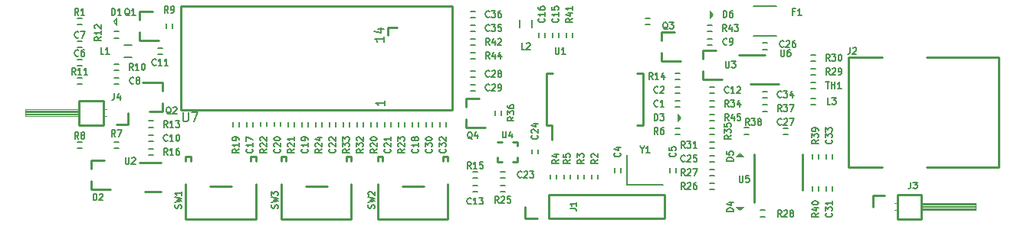
<source format=gto>
%TF.GenerationSoftware,KiCad,Pcbnew,(5.1.10)-1*%
%TF.CreationDate,2021-09-27T23:11:59+02:00*%
%TF.ProjectId,MLGC210815,4d4c4743-3231-4303-9831-352e6b696361,rev?*%
%TF.SameCoordinates,Original*%
%TF.FileFunction,Legend,Top*%
%TF.FilePolarity,Positive*%
%FSLAX46Y46*%
G04 Gerber Fmt 4.6, Leading zero omitted, Abs format (unit mm)*
G04 Created by KiCad (PCBNEW (5.1.10)-1) date 2021-09-27 23:11:59*
%MOMM*%
%LPD*%
G01*
G04 APERTURE LIST*
%ADD10C,0.254000*%
%ADD11C,0.127000*%
%ADD12C,0.256000*%
%ADD13C,0.120000*%
%ADD14C,0.150000*%
%ADD15C,0.170000*%
G04 APERTURE END LIST*
D10*
%TO.C,U7*%
X35790000Y21384000D02*
X35790000Y20534000D01*
X36840000Y21384000D02*
X35790000Y21384000D01*
X12940000Y12284000D02*
X12940000Y23784000D01*
X42940000Y12284000D02*
X12940000Y12284000D01*
X42940000Y23784000D02*
X42940000Y12284000D01*
X12940000Y23784000D02*
X42940000Y23784000D01*
D11*
%TO.C,R16*%
X9414742Y7270000D02*
X9889258Y7270000D01*
X9414742Y7970000D02*
X9889258Y7970000D01*
%TO.C,R44*%
X45449258Y18638000D02*
X44974742Y18638000D01*
X45449258Y17938000D02*
X44974742Y17938000D01*
%TO.C,C13*%
X45703258Y3206000D02*
X45228742Y3206000D01*
X45703258Y3906000D02*
X45228742Y3906000D01*
%TO.C,C21*%
X36164000Y10905258D02*
X36164000Y10430742D01*
X35464000Y10905258D02*
X35464000Y10430742D01*
%TO.C,L1*%
X6662000Y18096000D02*
X7562000Y18096000D01*
X7562000Y19496000D02*
X6662000Y19496000D01*
%TO.C,R12*%
X6079258Y20949400D02*
X5604742Y20949400D01*
X6079258Y20249400D02*
X5604742Y20249400D01*
%TO.C,R7*%
X5604742Y8032000D02*
X6079258Y8032000D01*
X5604742Y8732000D02*
X6079258Y8732000D01*
%TO.C,C11*%
X10905258Y18446000D02*
X10430742Y18446000D01*
X10905258Y19146000D02*
X10430742Y19146000D01*
%TO.C,Y1*%
X62262000Y7263400D02*
X62262000Y3963400D01*
X62262000Y3963400D02*
X66262000Y3963400D01*
D12*
%TO.C,J4*%
X7112000Y10668000D02*
X5842000Y10668000D01*
X7112000Y11938000D02*
X7112000Y10668000D01*
D13*
X4732000Y12318000D02*
X4402000Y12318000D01*
X4732000Y11558000D02*
X4402000Y11558000D01*
X1742000Y12218000D02*
X-4258000Y12218000D01*
X1742000Y12098000D02*
X-4258000Y12098000D01*
X1742000Y11978000D02*
X-4258000Y11978000D01*
X1742000Y11858000D02*
X-4258000Y11858000D01*
X1742000Y11738000D02*
X-4258000Y11738000D01*
X1742000Y11618000D02*
X-4258000Y11618000D01*
X-4258000Y12318000D02*
X1742000Y12318000D01*
X-4258000Y11558000D02*
X-4258000Y12318000D01*
X1742000Y11558000D02*
X-4258000Y11558000D01*
D12*
X1742000Y10608000D02*
X4402000Y10608000D01*
X1742000Y13268000D02*
X1742000Y10608000D01*
X4402000Y13268000D02*
X1742000Y13268000D01*
X4402000Y10608000D02*
X4402000Y13268000D01*
%TO.C,J3*%
X89408000Y2794000D02*
X90678000Y2794000D01*
X89408000Y1524000D02*
X89408000Y2794000D01*
D13*
X91788000Y1144000D02*
X92118000Y1144000D01*
X91788000Y1904000D02*
X92118000Y1904000D01*
X94778000Y1244000D02*
X100778000Y1244000D01*
X94778000Y1364000D02*
X100778000Y1364000D01*
X94778000Y1484000D02*
X100778000Y1484000D01*
X94778000Y1604000D02*
X100778000Y1604000D01*
X94778000Y1724000D02*
X100778000Y1724000D01*
X94778000Y1844000D02*
X100778000Y1844000D01*
X100778000Y1144000D02*
X94778000Y1144000D01*
X100778000Y1904000D02*
X100778000Y1144000D01*
X94778000Y1904000D02*
X100778000Y1904000D01*
D12*
X94778000Y2854000D02*
X92118000Y2854000D01*
X94778000Y194000D02*
X94778000Y2854000D01*
X92118000Y194000D02*
X94778000Y194000D01*
X92118000Y2854000D02*
X92118000Y194000D01*
D10*
%TO.C,J1*%
X66354000Y219400D02*
X66354000Y2879400D01*
X53594000Y219400D02*
X66354000Y219400D01*
X53594000Y2879400D02*
X66354000Y2879400D01*
X53594000Y219400D02*
X53594000Y2879400D01*
X52324000Y219400D02*
X50994000Y219400D01*
X50994000Y219400D02*
X50994000Y1549400D01*
D11*
%TO.C,R1*%
X2015258Y22448000D02*
X1540742Y22448000D01*
X2015258Y21748000D02*
X1540742Y21748000D01*
%TO.C,C8*%
X5604742Y15844000D02*
X6079258Y15844000D01*
X5604742Y15144000D02*
X6079258Y15144000D01*
%TO.C,C6*%
X2015258Y17176000D02*
X1540742Y17176000D01*
X2015258Y17876000D02*
X1540742Y17876000D01*
%TO.C,C5*%
X67660000Y5825258D02*
X67660000Y5350742D01*
X66960000Y5825258D02*
X66960000Y5350742D01*
%TO.C,C4*%
X60864000Y5350742D02*
X60864000Y5825258D01*
X61564000Y5350742D02*
X61564000Y5825258D01*
%TO.C,C3*%
X64753258Y21748000D02*
X64278742Y21748000D01*
X64753258Y22448000D02*
X64278742Y22448000D01*
%TO.C,C2*%
X67580742Y14828000D02*
X68055258Y14828000D01*
X67580742Y14128000D02*
X68055258Y14128000D01*
%TO.C,R36*%
X47656000Y12175258D02*
X47656000Y11700742D01*
X48356000Y12175258D02*
X48356000Y11700742D01*
%TO.C,R14*%
X68055258Y16352000D02*
X67580742Y16352000D01*
X68055258Y15652000D02*
X67580742Y15652000D01*
%TO.C,R13*%
X9414742Y10343400D02*
X9889258Y10343400D01*
X9414742Y11043400D02*
X9889258Y11043400D01*
%TO.C,R9*%
X11334000Y21827258D02*
X11334000Y21352742D01*
X12034000Y21827258D02*
X12034000Y21352742D01*
%TO.C,R43*%
X71136742Y20986000D02*
X71611258Y20986000D01*
X71136742Y21686000D02*
X71611258Y21686000D01*
%TO.C,R21*%
X25496000Y10430742D02*
X25496000Y10905258D01*
X24796000Y10430742D02*
X24796000Y10905258D01*
%TO.C,R20*%
X33940000Y10905258D02*
X33940000Y10430742D01*
X34640000Y10905258D02*
X34640000Y10430742D01*
%TO.C,R19*%
X19400000Y10430742D02*
X19400000Y10905258D01*
X18700000Y10430742D02*
X18700000Y10905258D01*
%TO.C,R11*%
X1540742Y15144000D02*
X2015258Y15144000D01*
X1540742Y15844000D02*
X2015258Y15844000D01*
%TO.C,R10*%
X6079258Y17368000D02*
X5604742Y17368000D01*
X6079258Y16668000D02*
X5604742Y16668000D01*
%TO.C,C10*%
X9889258Y8794000D02*
X9414742Y8794000D01*
X9889258Y9494000D02*
X9414742Y9494000D01*
%TO.C,L3*%
X82566742Y13558000D02*
X83041258Y13558000D01*
X82566742Y12858000D02*
X83041258Y12858000D01*
%TO.C,L2*%
X50354000Y22294000D02*
X50354000Y21394000D01*
X51754000Y21394000D02*
X51754000Y22294000D01*
%TO.C,R38*%
X75200742Y9581400D02*
X75675258Y9581400D01*
X75200742Y10281400D02*
X75675258Y10281400D01*
%TO.C,R28*%
X76978742Y437400D02*
X77453258Y437400D01*
X76978742Y1137400D02*
X77453258Y1137400D01*
%TO.C,R6*%
X68055258Y10256000D02*
X67580742Y10256000D01*
X68055258Y9556000D02*
X67580742Y9556000D01*
%TO.C,R5*%
X55976000Y4614142D02*
X55976000Y5088658D01*
X55276000Y4614142D02*
X55276000Y5088658D01*
%TO.C,R4*%
X53752000Y5088658D02*
X53752000Y4614142D01*
X54452000Y5088658D02*
X54452000Y4614142D01*
%TO.C,R3*%
X56800000Y5088658D02*
X56800000Y4614142D01*
X57500000Y5088658D02*
X57500000Y4614142D01*
%TO.C,R2*%
X58324000Y5088658D02*
X58324000Y4614142D01*
X59024000Y5088658D02*
X59024000Y4614142D01*
%TO.C,C1*%
X67580742Y13304000D02*
X68055258Y13304000D01*
X67580742Y12604000D02*
X68055258Y12604000D01*
%TO.C,R45*%
X71865258Y11780000D02*
X71390742Y11780000D01*
X71865258Y11080000D02*
X71390742Y11080000D01*
D12*
%TO.C,U3*%
X70614000Y18852000D02*
X70614000Y17922000D01*
X70614000Y15692000D02*
X70614000Y16622000D01*
X70614000Y15692000D02*
X72774000Y15692000D01*
X70614000Y18852000D02*
X72074000Y18852000D01*
%TO.C,U6*%
X75870000Y15154000D02*
X78970000Y15154000D01*
X77470000Y18374000D02*
X74570000Y18374000D01*
D10*
%TO.C,U5*%
X76269000Y2059000D02*
X76269000Y7334000D01*
X81669000Y3334000D02*
X81669000Y7334000D01*
D12*
%TO.C,U4*%
X48422000Y8745400D02*
X47922000Y8745400D01*
X47922000Y6545400D02*
X47922000Y7045400D01*
X48422000Y6545400D02*
X47922000Y6545400D01*
X50122000Y6545400D02*
X49622000Y6545400D01*
X50122000Y7045400D02*
X50122000Y6545400D01*
D13*
X50122000Y8245400D02*
X50122000Y8245400D01*
D10*
X50122000Y8745400D02*
X50122000Y8245400D01*
D12*
X49622000Y8745400D02*
X50122000Y8745400D01*
%TO.C,U2*%
X9006000Y3216000D02*
X10806000Y3216000D01*
X10806000Y6436000D02*
X8356000Y6436000D01*
D10*
%TO.C,U1*%
X53924000Y10587000D02*
X53924000Y8987000D01*
X63999000Y10587000D02*
X63999000Y16337000D01*
X53349000Y10587000D02*
X53349000Y16337000D01*
X63999000Y10587000D02*
X63349000Y10587000D01*
X63999000Y16337000D02*
X63349000Y16337000D01*
X53349000Y16337000D02*
X53999000Y16337000D01*
X53349000Y10587000D02*
X53924000Y10587000D01*
D11*
%TO.C,TH1*%
X83041258Y15336000D02*
X82566742Y15336000D01*
X83041258Y14636000D02*
X82566742Y14636000D01*
D10*
%TO.C,SW3*%
X29140000Y3789400D02*
X26740000Y3789400D01*
X24080000Y6619400D02*
X24080000Y7129400D01*
X24600000Y7129400D02*
X24080000Y7129400D01*
X24600000Y6619400D02*
X24600000Y7129400D01*
X31800000Y6619400D02*
X31800000Y7129400D01*
X31280000Y6619400D02*
X31280000Y7129400D01*
X31800000Y119400D02*
X31800000Y4019400D01*
X31800000Y7129400D02*
X31280000Y7129400D01*
X24080000Y119400D02*
X24080000Y4019400D01*
X31800000Y119400D02*
X24080000Y119400D01*
%TO.C,SW2*%
X39808000Y3789400D02*
X37408000Y3789400D01*
X34748000Y6619400D02*
X34748000Y7129400D01*
X35268000Y7129400D02*
X34748000Y7129400D01*
X35268000Y6619400D02*
X35268000Y7129400D01*
X42468000Y6619400D02*
X42468000Y7129400D01*
X41948000Y6619400D02*
X41948000Y7129400D01*
X42468000Y119400D02*
X42468000Y4019400D01*
X42468000Y7129400D02*
X41948000Y7129400D01*
X34748000Y119400D02*
X34748000Y4019400D01*
X42468000Y119400D02*
X34748000Y119400D01*
%TO.C,SW1*%
X18573600Y3789400D02*
X16173600Y3789400D01*
X13513600Y6619400D02*
X13513600Y7129400D01*
X14033600Y7129400D02*
X13513600Y7129400D01*
X14033600Y6619400D02*
X14033600Y7129400D01*
X21233600Y6619400D02*
X21233600Y7129400D01*
X20713600Y6619400D02*
X20713600Y7129400D01*
X21233600Y119400D02*
X21233600Y4019400D01*
X21233600Y7129400D02*
X20713600Y7129400D01*
X13513600Y119400D02*
X13513600Y4019400D01*
X21233600Y119400D02*
X13513600Y119400D01*
D11*
%TO.C,R42*%
X44974742Y19462000D02*
X45449258Y19462000D01*
X44974742Y20162000D02*
X45449258Y20162000D01*
%TO.C,R41*%
X56230000Y20336742D02*
X56230000Y20811258D01*
X55530000Y20336742D02*
X55530000Y20811258D01*
%TO.C,R40*%
X83408000Y3318742D02*
X83408000Y3793258D01*
X82708000Y3318742D02*
X82708000Y3793258D01*
%TO.C,R39*%
X82708000Y7349258D02*
X82708000Y6874742D01*
X83408000Y7349258D02*
X83408000Y6874742D01*
%TO.C,R37*%
X77707258Y12821400D02*
X77232742Y12821400D01*
X77707258Y12121400D02*
X77232742Y12121400D01*
%TO.C,R35*%
X71865258Y10256000D02*
X71390742Y10256000D01*
X71865258Y9556000D02*
X71390742Y9556000D01*
%TO.C,R34*%
X71390742Y12604000D02*
X71865258Y12604000D01*
X71390742Y13304000D02*
X71865258Y13304000D01*
%TO.C,R33*%
X30892000Y10905258D02*
X30892000Y10430742D01*
X31592000Y10905258D02*
X31592000Y10430742D01*
%TO.C,R32*%
X32416000Y10905258D02*
X32416000Y10430742D01*
X33116000Y10905258D02*
X33116000Y10430742D01*
%TO.C,R31*%
X71390742Y8032000D02*
X71865258Y8032000D01*
X71390742Y8732000D02*
X71865258Y8732000D01*
%TO.C,R30*%
X82566742Y17684000D02*
X83041258Y17684000D01*
X82566742Y18384000D02*
X83041258Y18384000D01*
%TO.C,R29*%
X83041258Y16860000D02*
X82566742Y16860000D01*
X83041258Y16160000D02*
X82566742Y16160000D01*
%TO.C,R27*%
X71390742Y4984000D02*
X71865258Y4984000D01*
X71390742Y5684000D02*
X71865258Y5684000D01*
%TO.C,R26*%
X71865258Y4160000D02*
X71390742Y4160000D01*
X71865258Y3460000D02*
X71390742Y3460000D01*
%TO.C,R25*%
X48751258Y3906000D02*
X48276742Y3906000D01*
X48751258Y3206000D02*
X48276742Y3206000D01*
%TO.C,R24*%
X27844000Y10905258D02*
X27844000Y10430742D01*
X28544000Y10905258D02*
X28544000Y10430742D01*
%TO.C,R23*%
X36988000Y10905258D02*
X36988000Y10430742D01*
X37688000Y10905258D02*
X37688000Y10430742D01*
%TO.C,R22*%
X21748000Y10930658D02*
X21748000Y10456142D01*
X22448000Y10930658D02*
X22448000Y10456142D01*
%TO.C,R15*%
X45228742Y4730000D02*
X45703258Y4730000D01*
X45228742Y5430000D02*
X45703258Y5430000D01*
%TO.C,R8*%
X2015258Y8732000D02*
X1540742Y8732000D01*
X2015258Y8032000D02*
X1540742Y8032000D01*
D12*
%TO.C,Q4*%
X44452000Y13518000D02*
X44452000Y12588000D01*
X44452000Y10358000D02*
X44452000Y11288000D01*
X44452000Y10358000D02*
X46612000Y10358000D01*
X44452000Y13518000D02*
X45912000Y13518000D01*
%TO.C,Q3*%
X66042000Y20884000D02*
X66042000Y19954000D01*
X66042000Y17724000D02*
X66042000Y18654000D01*
X66042000Y17724000D02*
X68202000Y17724000D01*
X66042000Y20884000D02*
X67502000Y20884000D01*
%TO.C,Q2*%
X10920000Y12136000D02*
X10920000Y13066000D01*
X10920000Y15296000D02*
X10920000Y14366000D01*
X10920000Y15296000D02*
X8760000Y15296000D01*
X10920000Y12136000D02*
X9460000Y12136000D01*
%TO.C,Q1*%
X8384000Y23170000D02*
X8384000Y22240000D01*
X8384000Y20010000D02*
X8384000Y20940000D01*
X8384000Y20010000D02*
X10544000Y20010000D01*
X8384000Y23170000D02*
X9844000Y23170000D01*
D10*
%TO.C,J2*%
X86686000Y5890000D02*
X86686000Y18110000D01*
X86686000Y5890000D02*
X90436000Y5890000D01*
X86686000Y18110000D02*
X90436000Y18110000D01*
X103306000Y5890000D02*
X103306000Y18110000D01*
X103306000Y18110000D02*
X95336000Y18110000D01*
X103306000Y5890000D02*
X95336000Y5890000D01*
D11*
%TO.C,F1*%
X76220000Y23748000D02*
X78720000Y23748000D01*
X78720000Y20448000D02*
X76220000Y20448000D01*
D13*
%TO.C,D6*%
X71724000Y22860000D02*
X71374000Y22460000D01*
X71374000Y22460000D02*
X71374000Y23260000D01*
X71374000Y23260000D02*
X71724000Y22860000D01*
X71424000Y22610000D02*
X71424000Y23060000D01*
X71474000Y22710000D02*
X71474000Y23060000D01*
X71574000Y22710000D02*
X71574000Y22960000D01*
X71674000Y22810000D02*
X71624000Y22910000D01*
%TO.C,D5*%
X74826000Y7337400D02*
X74576000Y7337400D01*
X74726000Y7437400D02*
X74626000Y7387400D01*
X74676000Y7487400D02*
X75076000Y7137400D01*
X74276000Y7137400D02*
X74676000Y7487400D01*
X74926000Y7187400D02*
X74476000Y7187400D01*
X74826000Y7237400D02*
X74476000Y7237400D01*
X75076000Y7137400D02*
X74276000Y7137400D01*
%TO.C,D4*%
X74526000Y1324000D02*
X74776000Y1324000D01*
X74626000Y1224000D02*
X74726000Y1274000D01*
X74676000Y1174000D02*
X74276000Y1524000D01*
X75076000Y1524000D02*
X74676000Y1174000D01*
X74426000Y1474000D02*
X74876000Y1474000D01*
X74526000Y1424000D02*
X74876000Y1424000D01*
X74276000Y1524000D02*
X75076000Y1524000D01*
%TO.C,D3*%
X68018000Y11280000D02*
X68018000Y11530000D01*
X68118000Y11380000D02*
X68068000Y11480000D01*
X68168000Y11430000D02*
X67818000Y11030000D01*
X67818000Y11830000D02*
X68168000Y11430000D01*
X67868000Y11180000D02*
X67868000Y11630000D01*
X67918000Y11280000D02*
X67918000Y11630000D01*
X67818000Y11030000D02*
X67818000Y11830000D01*
D12*
%TO.C,D2*%
X3050000Y6660000D02*
X3050000Y5730000D01*
X3050000Y3500000D02*
X3050000Y4430000D01*
X3050000Y3500000D02*
X5210000Y3500000D01*
X3050000Y6660000D02*
X4510000Y6660000D01*
D13*
%TO.C,D1*%
X5642000Y22248000D02*
X5642000Y21998000D01*
X5542000Y22148000D02*
X5592000Y22048000D01*
X5492000Y22098000D02*
X5842000Y22498000D01*
X5842000Y21698000D02*
X5492000Y22098000D01*
X5792000Y22348000D02*
X5792000Y21898000D01*
X5742000Y22248000D02*
X5742000Y21898000D01*
X5842000Y22498000D02*
X5842000Y21698000D01*
D11*
%TO.C,C36*%
X44974742Y23210000D02*
X45449258Y23210000D01*
X44974742Y22510000D02*
X45449258Y22510000D01*
%TO.C,C35*%
X44974742Y21686000D02*
X45449258Y21686000D01*
X44974742Y20986000D02*
X45449258Y20986000D01*
%TO.C,C34*%
X77707258Y13620000D02*
X77232742Y13620000D01*
X77707258Y14320000D02*
X77232742Y14320000D01*
%TO.C,C33*%
X84932000Y7349258D02*
X84932000Y6874742D01*
X84232000Y7349258D02*
X84232000Y6874742D01*
%TO.C,C32*%
X42260000Y10905258D02*
X42260000Y10430742D01*
X41560000Y10905258D02*
X41560000Y10430742D01*
%TO.C,C31*%
X84232000Y3318742D02*
X84232000Y3793258D01*
X84932000Y3318742D02*
X84932000Y3793258D01*
%TO.C,C30*%
X40036000Y10430742D02*
X40036000Y10905258D01*
X40736000Y10430742D02*
X40736000Y10905258D01*
%TO.C,C29*%
X44974742Y15082000D02*
X45449258Y15082000D01*
X44974742Y14382000D02*
X45449258Y14382000D01*
%TO.C,C28*%
X44974742Y16606000D02*
X45449258Y16606000D01*
X44974742Y15906000D02*
X45449258Y15906000D01*
%TO.C,C27*%
X79993258Y9556000D02*
X79518742Y9556000D01*
X79993258Y10256000D02*
X79518742Y10256000D01*
%TO.C,C26*%
X77707258Y18979400D02*
X77232742Y18979400D01*
X77707258Y19679400D02*
X77232742Y19679400D01*
%TO.C,C25*%
X71390742Y7208000D02*
X71865258Y7208000D01*
X71390742Y6508000D02*
X71865258Y6508000D01*
%TO.C,C24*%
X51720000Y7408142D02*
X51720000Y7882658D01*
X52420000Y7408142D02*
X52420000Y7882658D01*
%TO.C,C23*%
X48751258Y4730000D02*
X48276742Y4730000D01*
X48751258Y5430000D02*
X48276742Y5430000D01*
%TO.C,C22*%
X30068000Y10905258D02*
X30068000Y10430742D01*
X29368000Y10905258D02*
X29368000Y10430742D01*
%TO.C,C20*%
X23972000Y10930658D02*
X23972000Y10456142D01*
X23272000Y10930658D02*
X23272000Y10456142D01*
%TO.C,C19*%
X26320000Y10430742D02*
X26320000Y10905258D01*
X27020000Y10430742D02*
X27020000Y10905258D01*
%TO.C,C18*%
X38512000Y10430742D02*
X38512000Y10905258D01*
X39212000Y10430742D02*
X39212000Y10905258D01*
%TO.C,C17*%
X20224000Y10430742D02*
X20224000Y10905258D01*
X20924000Y10430742D02*
X20924000Y10905258D01*
%TO.C,C16*%
X53182000Y20811258D02*
X53182000Y20336742D01*
X52482000Y20811258D02*
X52482000Y20336742D01*
%TO.C,C15*%
X54706000Y20811258D02*
X54706000Y20336742D01*
X54006000Y20811258D02*
X54006000Y20336742D01*
%TO.C,C12*%
X71390742Y14828000D02*
X71865258Y14828000D01*
X71390742Y14128000D02*
X71865258Y14128000D01*
%TO.C,C9*%
X71136742Y20162000D02*
X71611258Y20162000D01*
X71136742Y19462000D02*
X71611258Y19462000D01*
%TO.C,C7*%
X2015258Y19208000D02*
X1540742Y19208000D01*
X2015258Y19908000D02*
X1540742Y19908000D01*
%TO.C,U7*%
D14*
X13208095Y11977619D02*
X13208095Y11168095D01*
X13255714Y11072857D01*
X13303333Y11025238D01*
X13398571Y10977619D01*
X13589047Y10977619D01*
X13684285Y11025238D01*
X13731904Y11072857D01*
X13779523Y11168095D01*
X13779523Y11977619D01*
X14160476Y11977619D02*
X14827142Y11977619D01*
X14398571Y10977619D01*
X35392380Y20393523D02*
X35392380Y19822095D01*
X35392380Y20107809D02*
X34392380Y20107809D01*
X34535238Y20012571D01*
X34630476Y19917333D01*
X34678095Y19822095D01*
X34725714Y21250666D02*
X35392380Y21250666D01*
X34344761Y21012571D02*
X35059047Y20774476D01*
X35059047Y21393523D01*
X35492380Y13319714D02*
X35492380Y12748285D01*
X35492380Y13034000D02*
X34492380Y13034000D01*
X34635238Y12938761D01*
X34730476Y12843523D01*
X34778095Y12748285D01*
%TO.C,R16*%
D15*
X11488000Y7303333D02*
X11254666Y7636666D01*
X11088000Y7303333D02*
X11088000Y8003333D01*
X11354666Y8003333D01*
X11421333Y7970000D01*
X11454666Y7936666D01*
X11488000Y7870000D01*
X11488000Y7770000D01*
X11454666Y7703333D01*
X11421333Y7670000D01*
X11354666Y7636666D01*
X11088000Y7636666D01*
X12154666Y7303333D02*
X11754666Y7303333D01*
X11954666Y7303333D02*
X11954666Y8003333D01*
X11888000Y7903333D01*
X11821333Y7836666D01*
X11754666Y7803333D01*
X12754666Y8003333D02*
X12621333Y8003333D01*
X12554666Y7970000D01*
X12521333Y7936666D01*
X12454666Y7836666D01*
X12421333Y7703333D01*
X12421333Y7436666D01*
X12454666Y7370000D01*
X12488000Y7336666D01*
X12554666Y7303333D01*
X12688000Y7303333D01*
X12754666Y7336666D01*
X12788000Y7370000D01*
X12821333Y7436666D01*
X12821333Y7603333D01*
X12788000Y7670000D01*
X12754666Y7703333D01*
X12688000Y7736666D01*
X12554666Y7736666D01*
X12488000Y7703333D01*
X12454666Y7670000D01*
X12421333Y7603333D01*
%TO.C,R44*%
X47048000Y17971333D02*
X46814666Y18304666D01*
X46648000Y17971333D02*
X46648000Y18671333D01*
X46914666Y18671333D01*
X46981333Y18638000D01*
X47014666Y18604666D01*
X47048000Y18538000D01*
X47048000Y18438000D01*
X47014666Y18371333D01*
X46981333Y18338000D01*
X46914666Y18304666D01*
X46648000Y18304666D01*
X47648000Y18438000D02*
X47648000Y17971333D01*
X47481333Y18704666D02*
X47314666Y18204666D01*
X47748000Y18204666D01*
X48314666Y18438000D02*
X48314666Y17971333D01*
X48148000Y18704666D02*
X47981333Y18204666D01*
X48414666Y18204666D01*
%TO.C,C13*%
X45016000Y1876000D02*
X44982666Y1842666D01*
X44882666Y1809333D01*
X44816000Y1809333D01*
X44716000Y1842666D01*
X44649333Y1909333D01*
X44616000Y1976000D01*
X44582666Y2109333D01*
X44582666Y2209333D01*
X44616000Y2342666D01*
X44649333Y2409333D01*
X44716000Y2476000D01*
X44816000Y2509333D01*
X44882666Y2509333D01*
X44982666Y2476000D01*
X45016000Y2442666D01*
X45682666Y1809333D02*
X45282666Y1809333D01*
X45482666Y1809333D02*
X45482666Y2509333D01*
X45416000Y2409333D01*
X45349333Y2342666D01*
X45282666Y2309333D01*
X45916000Y2509333D02*
X46349333Y2509333D01*
X46116000Y2242666D01*
X46216000Y2242666D01*
X46282666Y2209333D01*
X46316000Y2176000D01*
X46349333Y2109333D01*
X46349333Y1942666D01*
X46316000Y1876000D01*
X46282666Y1842666D01*
X46216000Y1809333D01*
X46016000Y1809333D01*
X45949333Y1842666D01*
X45916000Y1876000D01*
%TO.C,C21*%
X36064000Y7932000D02*
X36097333Y7898666D01*
X36130666Y7798666D01*
X36130666Y7732000D01*
X36097333Y7632000D01*
X36030666Y7565333D01*
X35964000Y7532000D01*
X35830666Y7498666D01*
X35730666Y7498666D01*
X35597333Y7532000D01*
X35530666Y7565333D01*
X35464000Y7632000D01*
X35430666Y7732000D01*
X35430666Y7798666D01*
X35464000Y7898666D01*
X35497333Y7932000D01*
X35497333Y8198666D02*
X35464000Y8232000D01*
X35430666Y8298666D01*
X35430666Y8465333D01*
X35464000Y8532000D01*
X35497333Y8565333D01*
X35564000Y8598666D01*
X35630666Y8598666D01*
X35730666Y8565333D01*
X36130666Y8165333D01*
X36130666Y8598666D01*
X36130666Y9265333D02*
X36130666Y8865333D01*
X36130666Y9065333D02*
X35430666Y9065333D01*
X35530666Y8998666D01*
X35597333Y8932000D01*
X35630666Y8865333D01*
%TO.C,L1*%
X4455333Y18479333D02*
X4122000Y18479333D01*
X4122000Y19179333D01*
X5055333Y18479333D02*
X4655333Y18479333D01*
X4855333Y18479333D02*
X4855333Y19179333D01*
X4788666Y19079333D01*
X4722000Y19012666D01*
X4655333Y18979333D01*
%TO.C,R12*%
X4126666Y20378000D02*
X3793333Y20144666D01*
X4126666Y19978000D02*
X3426666Y19978000D01*
X3426666Y20244666D01*
X3460000Y20311333D01*
X3493333Y20344666D01*
X3560000Y20378000D01*
X3660000Y20378000D01*
X3726666Y20344666D01*
X3760000Y20311333D01*
X3793333Y20244666D01*
X3793333Y19978000D01*
X4126666Y21044666D02*
X4126666Y20644666D01*
X4126666Y20844666D02*
X3426666Y20844666D01*
X3526666Y20778000D01*
X3593333Y20711333D01*
X3626666Y20644666D01*
X3493333Y21311333D02*
X3460000Y21344666D01*
X3426666Y21411333D01*
X3426666Y21578000D01*
X3460000Y21644666D01*
X3493333Y21678000D01*
X3560000Y21711333D01*
X3626666Y21711333D01*
X3726666Y21678000D01*
X4126666Y21278000D01*
X4126666Y21711333D01*
%TO.C,R7*%
X5725333Y9335333D02*
X5492000Y9668666D01*
X5325333Y9335333D02*
X5325333Y10035333D01*
X5592000Y10035333D01*
X5658666Y10002000D01*
X5692000Y9968666D01*
X5725333Y9902000D01*
X5725333Y9802000D01*
X5692000Y9735333D01*
X5658666Y9702000D01*
X5592000Y9668666D01*
X5325333Y9668666D01*
X5958666Y10035333D02*
X6425333Y10035333D01*
X6125333Y9335333D01*
%TO.C,C11*%
X10218000Y17276000D02*
X10184666Y17242666D01*
X10084666Y17209333D01*
X10018000Y17209333D01*
X9918000Y17242666D01*
X9851333Y17309333D01*
X9818000Y17376000D01*
X9784666Y17509333D01*
X9784666Y17609333D01*
X9818000Y17742666D01*
X9851333Y17809333D01*
X9918000Y17876000D01*
X10018000Y17909333D01*
X10084666Y17909333D01*
X10184666Y17876000D01*
X10218000Y17842666D01*
X10884666Y17209333D02*
X10484666Y17209333D01*
X10684666Y17209333D02*
X10684666Y17909333D01*
X10618000Y17809333D01*
X10551333Y17742666D01*
X10484666Y17709333D01*
X11551333Y17209333D02*
X11151333Y17209333D01*
X11351333Y17209333D02*
X11351333Y17909333D01*
X11284666Y17809333D01*
X11218000Y17742666D01*
X11151333Y17709333D01*
%TO.C,Y1*%
X63928666Y7890666D02*
X63928666Y7557333D01*
X63695333Y8257333D02*
X63928666Y7890666D01*
X64162000Y8257333D01*
X64762000Y7557333D02*
X64362000Y7557333D01*
X64562000Y7557333D02*
X64562000Y8257333D01*
X64495333Y8157333D01*
X64428666Y8090666D01*
X64362000Y8057333D01*
%TO.C,J4*%
X5608666Y14099333D02*
X5608666Y13599333D01*
X5575333Y13499333D01*
X5508666Y13432666D01*
X5408666Y13399333D01*
X5342000Y13399333D01*
X6242000Y13866000D02*
X6242000Y13399333D01*
X6075333Y14132666D02*
X5908666Y13632666D01*
X6342000Y13632666D01*
%TO.C,J3*%
X93594666Y4257333D02*
X93594666Y3757333D01*
X93561333Y3657333D01*
X93494666Y3590666D01*
X93394666Y3557333D01*
X93328000Y3557333D01*
X93861333Y4257333D02*
X94294666Y4257333D01*
X94061333Y3990666D01*
X94161333Y3990666D01*
X94228000Y3957333D01*
X94261333Y3924000D01*
X94294666Y3857333D01*
X94294666Y3690666D01*
X94261333Y3624000D01*
X94228000Y3590666D01*
X94161333Y3557333D01*
X93961333Y3557333D01*
X93894666Y3590666D01*
X93861333Y3624000D01*
%TO.C,J1*%
X55960666Y1316066D02*
X56460666Y1316066D01*
X56560666Y1282733D01*
X56627333Y1216066D01*
X56660666Y1116066D01*
X56660666Y1049400D01*
X56660666Y2016066D02*
X56660666Y1616066D01*
X56660666Y1816066D02*
X55960666Y1816066D01*
X56060666Y1749400D01*
X56127333Y1682733D01*
X56160666Y1616066D01*
%TO.C,R1*%
X1661333Y22797333D02*
X1428000Y23130666D01*
X1261333Y22797333D02*
X1261333Y23497333D01*
X1528000Y23497333D01*
X1594666Y23464000D01*
X1628000Y23430666D01*
X1661333Y23364000D01*
X1661333Y23264000D01*
X1628000Y23197333D01*
X1594666Y23164000D01*
X1528000Y23130666D01*
X1261333Y23130666D01*
X2328000Y22797333D02*
X1928000Y22797333D01*
X2128000Y22797333D02*
X2128000Y23497333D01*
X2061333Y23397333D01*
X1994666Y23330666D01*
X1928000Y23297333D01*
%TO.C,C8*%
X7757333Y15244000D02*
X7724000Y15210666D01*
X7624000Y15177333D01*
X7557333Y15177333D01*
X7457333Y15210666D01*
X7390666Y15277333D01*
X7357333Y15344000D01*
X7324000Y15477333D01*
X7324000Y15577333D01*
X7357333Y15710666D01*
X7390666Y15777333D01*
X7457333Y15844000D01*
X7557333Y15877333D01*
X7624000Y15877333D01*
X7724000Y15844000D01*
X7757333Y15810666D01*
X8157333Y15577333D02*
X8090666Y15610666D01*
X8057333Y15644000D01*
X8024000Y15710666D01*
X8024000Y15744000D01*
X8057333Y15810666D01*
X8090666Y15844000D01*
X8157333Y15877333D01*
X8290666Y15877333D01*
X8357333Y15844000D01*
X8390666Y15810666D01*
X8424000Y15744000D01*
X8424000Y15710666D01*
X8390666Y15644000D01*
X8357333Y15610666D01*
X8290666Y15577333D01*
X8157333Y15577333D01*
X8090666Y15544000D01*
X8057333Y15510666D01*
X8024000Y15444000D01*
X8024000Y15310666D01*
X8057333Y15244000D01*
X8090666Y15210666D01*
X8157333Y15177333D01*
X8290666Y15177333D01*
X8357333Y15210666D01*
X8390666Y15244000D01*
X8424000Y15310666D01*
X8424000Y15444000D01*
X8390666Y15510666D01*
X8357333Y15544000D01*
X8290666Y15577333D01*
%TO.C,C6*%
X1661333Y18292000D02*
X1627999Y18258666D01*
X1528000Y18225333D01*
X1461333Y18225333D01*
X1361333Y18258666D01*
X1294666Y18325333D01*
X1261333Y18392000D01*
X1227999Y18525333D01*
X1227999Y18625333D01*
X1261333Y18758666D01*
X1294666Y18825333D01*
X1361333Y18892000D01*
X1461333Y18925333D01*
X1528000Y18925333D01*
X1627999Y18892000D01*
X1661333Y18858666D01*
X2261333Y18925333D02*
X2128000Y18925333D01*
X2061333Y18892000D01*
X2027999Y18858666D01*
X1961333Y18758666D01*
X1927999Y18625333D01*
X1927999Y18358666D01*
X1961333Y18292000D01*
X1994666Y18258666D01*
X2061333Y18225333D01*
X2194666Y18225333D01*
X2261333Y18258666D01*
X2294666Y18292000D01*
X2328000Y18358666D01*
X2328000Y18525333D01*
X2294666Y18592000D01*
X2261333Y18625333D01*
X2194666Y18658666D01*
X2061333Y18658666D01*
X1994666Y18625333D01*
X1961333Y18592000D01*
X1927999Y18525333D01*
%TO.C,C5*%
X67560000Y7503333D02*
X67593333Y7470000D01*
X67626666Y7370000D01*
X67626666Y7303333D01*
X67593333Y7203333D01*
X67526666Y7136666D01*
X67460000Y7103333D01*
X67326666Y7070000D01*
X67226666Y7070000D01*
X67093333Y7103333D01*
X67026666Y7136666D01*
X66960000Y7203333D01*
X66926666Y7303333D01*
X66926666Y7370000D01*
X66960000Y7470000D01*
X66993333Y7503333D01*
X66926666Y8136666D02*
X66926666Y7803333D01*
X67260000Y7770000D01*
X67226666Y7803333D01*
X67193333Y7870000D01*
X67193333Y8036666D01*
X67226666Y8103333D01*
X67260000Y8136666D01*
X67326666Y8170000D01*
X67493333Y8170000D01*
X67560000Y8136666D01*
X67593333Y8103333D01*
X67626666Y8036666D01*
X67626666Y7870000D01*
X67593333Y7803333D01*
X67560000Y7770000D01*
%TO.C,C4*%
X61464000Y7503333D02*
X61497333Y7470000D01*
X61530666Y7370000D01*
X61530666Y7303333D01*
X61497333Y7203333D01*
X61430666Y7136666D01*
X61364000Y7103333D01*
X61230666Y7070000D01*
X61130666Y7070000D01*
X60997333Y7103333D01*
X60930666Y7136666D01*
X60864000Y7203333D01*
X60830666Y7303333D01*
X60830666Y7370000D01*
X60864000Y7470000D01*
X60897333Y7503333D01*
X61064000Y8103333D02*
X61530666Y8103333D01*
X60797333Y7936666D02*
X61297333Y7770000D01*
X61297333Y8203333D01*
%TO.C,C2*%
X65669333Y14228000D02*
X65636000Y14194666D01*
X65536000Y14161333D01*
X65469333Y14161333D01*
X65369333Y14194666D01*
X65302666Y14261333D01*
X65269333Y14328000D01*
X65236000Y14461333D01*
X65236000Y14561333D01*
X65269333Y14694666D01*
X65302666Y14761333D01*
X65369333Y14828000D01*
X65469333Y14861333D01*
X65536000Y14861333D01*
X65636000Y14828000D01*
X65669333Y14794666D01*
X65936000Y14794666D02*
X65969333Y14828000D01*
X66036000Y14861333D01*
X66202666Y14861333D01*
X66269333Y14828000D01*
X66302666Y14794666D01*
X66336000Y14728000D01*
X66336000Y14661333D01*
X66302666Y14561333D01*
X65902666Y14161333D01*
X66336000Y14161333D01*
%TO.C,R36*%
X49752666Y11488000D02*
X49419333Y11254666D01*
X49752666Y11088000D02*
X49052666Y11088000D01*
X49052666Y11354666D01*
X49086000Y11421333D01*
X49119333Y11454666D01*
X49186000Y11488000D01*
X49286000Y11488000D01*
X49352666Y11454666D01*
X49386000Y11421333D01*
X49419333Y11354666D01*
X49419333Y11088000D01*
X49052666Y11721333D02*
X49052666Y12154666D01*
X49319333Y11921333D01*
X49319333Y12021333D01*
X49352666Y12088000D01*
X49386000Y12121333D01*
X49452666Y12154666D01*
X49619333Y12154666D01*
X49686000Y12121333D01*
X49719333Y12088000D01*
X49752666Y12021333D01*
X49752666Y11821333D01*
X49719333Y11754666D01*
X49686000Y11721333D01*
X49052666Y12754666D02*
X49052666Y12621333D01*
X49086000Y12554666D01*
X49119333Y12521333D01*
X49219333Y12454666D01*
X49352666Y12421333D01*
X49619333Y12421333D01*
X49686000Y12454666D01*
X49719333Y12488000D01*
X49752666Y12554666D01*
X49752666Y12688000D01*
X49719333Y12754666D01*
X49686000Y12788000D01*
X49619333Y12821333D01*
X49452666Y12821333D01*
X49386000Y12788000D01*
X49352666Y12754666D01*
X49319333Y12688000D01*
X49319333Y12554666D01*
X49352666Y12488000D01*
X49386000Y12454666D01*
X49452666Y12421333D01*
%TO.C,R14*%
X65082000Y15685333D02*
X64848666Y16018666D01*
X64682000Y15685333D02*
X64682000Y16385333D01*
X64948666Y16385333D01*
X65015333Y16352000D01*
X65048666Y16318666D01*
X65082000Y16252000D01*
X65082000Y16152000D01*
X65048666Y16085333D01*
X65015333Y16052000D01*
X64948666Y16018666D01*
X64682000Y16018666D01*
X65748666Y15685333D02*
X65348666Y15685333D01*
X65548666Y15685333D02*
X65548666Y16385333D01*
X65482000Y16285333D01*
X65415333Y16218666D01*
X65348666Y16185333D01*
X66348666Y16152000D02*
X66348666Y15685333D01*
X66182000Y16418666D02*
X66015333Y15918666D01*
X66448666Y15918666D01*
%TO.C,R13*%
X11488000Y10351333D02*
X11254666Y10684666D01*
X11088000Y10351333D02*
X11088000Y11051333D01*
X11354666Y11051333D01*
X11421333Y11018000D01*
X11454666Y10984666D01*
X11488000Y10918000D01*
X11488000Y10818000D01*
X11454666Y10751333D01*
X11421333Y10718000D01*
X11354666Y10684666D01*
X11088000Y10684666D01*
X12154666Y10351333D02*
X11754666Y10351333D01*
X11954666Y10351333D02*
X11954666Y11051333D01*
X11888000Y10951333D01*
X11821333Y10884666D01*
X11754666Y10851333D01*
X12388000Y11051333D02*
X12821333Y11051333D01*
X12588000Y10784666D01*
X12688000Y10784666D01*
X12754666Y10751333D01*
X12788000Y10718000D01*
X12821333Y10651333D01*
X12821333Y10484666D01*
X12788000Y10418000D01*
X12754666Y10384666D01*
X12688000Y10351333D01*
X12488000Y10351333D01*
X12421333Y10384666D01*
X12388000Y10418000D01*
%TO.C,R9*%
X11567333Y23051333D02*
X11334000Y23384666D01*
X11167333Y23051333D02*
X11167333Y23751333D01*
X11434000Y23751333D01*
X11500666Y23718000D01*
X11534000Y23684666D01*
X11567333Y23618000D01*
X11567333Y23518000D01*
X11534000Y23451333D01*
X11500666Y23418000D01*
X11434000Y23384666D01*
X11167333Y23384666D01*
X11900666Y23051333D02*
X12034000Y23051333D01*
X12100666Y23084666D01*
X12134000Y23118000D01*
X12200666Y23218000D01*
X12234000Y23351333D01*
X12234000Y23618000D01*
X12200666Y23684666D01*
X12167333Y23718000D01*
X12100666Y23751333D01*
X11967333Y23751333D01*
X11900666Y23718000D01*
X11867333Y23684666D01*
X11834000Y23618000D01*
X11834000Y23451333D01*
X11867333Y23384666D01*
X11900666Y23351333D01*
X11967333Y23318000D01*
X12100666Y23318000D01*
X12167333Y23351333D01*
X12200666Y23384666D01*
X12234000Y23451333D01*
%TO.C,R43*%
X73210000Y21019333D02*
X72976666Y21352666D01*
X72810000Y21019333D02*
X72810000Y21719333D01*
X73076666Y21719333D01*
X73143333Y21686000D01*
X73176666Y21652666D01*
X73210000Y21586000D01*
X73210000Y21486000D01*
X73176666Y21419333D01*
X73143333Y21386000D01*
X73076666Y21352666D01*
X72810000Y21352666D01*
X73810000Y21486000D02*
X73810000Y21019333D01*
X73643333Y21752666D02*
X73476666Y21252666D01*
X73910000Y21252666D01*
X74110000Y21719333D02*
X74543333Y21719333D01*
X74310000Y21452666D01*
X74410000Y21452666D01*
X74476666Y21419333D01*
X74510000Y21386000D01*
X74543333Y21319333D01*
X74543333Y21152666D01*
X74510000Y21086000D01*
X74476666Y21052666D01*
X74410000Y21019333D01*
X74210000Y21019333D01*
X74143333Y21052666D01*
X74110000Y21086000D01*
%TO.C,R21*%
X25462666Y7932000D02*
X25129333Y7698666D01*
X25462666Y7532000D02*
X24762666Y7532000D01*
X24762666Y7798666D01*
X24796000Y7865333D01*
X24829333Y7898666D01*
X24896000Y7932000D01*
X24996000Y7932000D01*
X25062666Y7898666D01*
X25096000Y7865333D01*
X25129333Y7798666D01*
X25129333Y7532000D01*
X24829333Y8198666D02*
X24796000Y8232000D01*
X24762666Y8298666D01*
X24762666Y8465333D01*
X24796000Y8532000D01*
X24829333Y8565333D01*
X24896000Y8598666D01*
X24962666Y8598666D01*
X25062666Y8565333D01*
X25462666Y8165333D01*
X25462666Y8598666D01*
X25462666Y9265333D02*
X25462666Y8865333D01*
X25462666Y9065333D02*
X24762666Y9065333D01*
X24862666Y8998666D01*
X24929333Y8932000D01*
X24962666Y8865333D01*
%TO.C,R20*%
X34606666Y7932000D02*
X34273333Y7698666D01*
X34606666Y7532000D02*
X33906666Y7532000D01*
X33906666Y7798666D01*
X33940000Y7865333D01*
X33973333Y7898666D01*
X34040000Y7932000D01*
X34140000Y7932000D01*
X34206666Y7898666D01*
X34240000Y7865333D01*
X34273333Y7798666D01*
X34273333Y7532000D01*
X33973333Y8198666D02*
X33940000Y8232000D01*
X33906666Y8298666D01*
X33906666Y8465333D01*
X33940000Y8532000D01*
X33973333Y8565333D01*
X34040000Y8598666D01*
X34106666Y8598666D01*
X34206666Y8565333D01*
X34606666Y8165333D01*
X34606666Y8598666D01*
X33906666Y9032000D02*
X33906666Y9098666D01*
X33940000Y9165333D01*
X33973333Y9198666D01*
X34040000Y9232000D01*
X34173333Y9265333D01*
X34340000Y9265333D01*
X34473333Y9232000D01*
X34540000Y9198666D01*
X34573333Y9165333D01*
X34606666Y9098666D01*
X34606666Y9032000D01*
X34573333Y8965333D01*
X34540000Y8932000D01*
X34473333Y8898666D01*
X34340000Y8865333D01*
X34173333Y8865333D01*
X34040000Y8898666D01*
X33973333Y8932000D01*
X33940000Y8965333D01*
X33906666Y9032000D01*
%TO.C,R19*%
X19366666Y7932000D02*
X19033333Y7698666D01*
X19366666Y7532000D02*
X18666666Y7532000D01*
X18666666Y7798666D01*
X18700000Y7865333D01*
X18733333Y7898666D01*
X18800000Y7932000D01*
X18900000Y7932000D01*
X18966666Y7898666D01*
X19000000Y7865333D01*
X19033333Y7798666D01*
X19033333Y7532000D01*
X19366666Y8598666D02*
X19366666Y8198666D01*
X19366666Y8398666D02*
X18666666Y8398666D01*
X18766666Y8332000D01*
X18833333Y8265333D01*
X18866666Y8198666D01*
X19366666Y8932000D02*
X19366666Y9065333D01*
X19333333Y9132000D01*
X19300000Y9165333D01*
X19200000Y9232000D01*
X19066666Y9265333D01*
X18800000Y9265333D01*
X18733333Y9232000D01*
X18700000Y9198666D01*
X18666666Y9132000D01*
X18666666Y8998666D01*
X18700000Y8932000D01*
X18733333Y8898666D01*
X18800000Y8865333D01*
X18966666Y8865333D01*
X19033333Y8898666D01*
X19066666Y8932000D01*
X19100000Y8998666D01*
X19100000Y9132000D01*
X19066666Y9198666D01*
X19033333Y9232000D01*
X18966666Y9265333D01*
%TO.C,R11*%
X1328000Y16193333D02*
X1094666Y16526666D01*
X928000Y16193333D02*
X928000Y16893333D01*
X1194666Y16893333D01*
X1261333Y16860000D01*
X1294666Y16826666D01*
X1328000Y16760000D01*
X1328000Y16660000D01*
X1294666Y16593333D01*
X1261333Y16560000D01*
X1194666Y16526666D01*
X928000Y16526666D01*
X1994666Y16193333D02*
X1594666Y16193333D01*
X1794666Y16193333D02*
X1794666Y16893333D01*
X1728000Y16793333D01*
X1661333Y16726666D01*
X1594666Y16693333D01*
X2661333Y16193333D02*
X2261333Y16193333D01*
X2461333Y16193333D02*
X2461333Y16893333D01*
X2394666Y16793333D01*
X2328000Y16726666D01*
X2261333Y16693333D01*
%TO.C,R10*%
X7678000Y16701333D02*
X7444666Y17034666D01*
X7278000Y16701333D02*
X7278000Y17401333D01*
X7544666Y17401333D01*
X7611333Y17368000D01*
X7644666Y17334666D01*
X7678000Y17268000D01*
X7678000Y17168000D01*
X7644666Y17101333D01*
X7611333Y17068000D01*
X7544666Y17034666D01*
X7278000Y17034666D01*
X8344666Y16701333D02*
X7944666Y16701333D01*
X8144666Y16701333D02*
X8144666Y17401333D01*
X8078000Y17301333D01*
X8011333Y17234666D01*
X7944666Y17201333D01*
X8778000Y17401333D02*
X8844666Y17401333D01*
X8911333Y17368000D01*
X8944666Y17334666D01*
X8978000Y17268000D01*
X9011333Y17134666D01*
X9011333Y16968000D01*
X8978000Y16834666D01*
X8944666Y16768000D01*
X8911333Y16734666D01*
X8844666Y16701333D01*
X8778000Y16701333D01*
X8711333Y16734666D01*
X8678000Y16768000D01*
X8644666Y16834666D01*
X8611333Y16968000D01*
X8611333Y17134666D01*
X8644666Y17268000D01*
X8678000Y17334666D01*
X8711333Y17368000D01*
X8778000Y17401333D01*
%TO.C,C10*%
X11488000Y8894000D02*
X11454666Y8860666D01*
X11354666Y8827333D01*
X11288000Y8827333D01*
X11188000Y8860666D01*
X11121333Y8927333D01*
X11088000Y8994000D01*
X11054666Y9127333D01*
X11054666Y9227333D01*
X11088000Y9360666D01*
X11121333Y9427333D01*
X11188000Y9494000D01*
X11288000Y9527333D01*
X11354666Y9527333D01*
X11454666Y9494000D01*
X11488000Y9460666D01*
X12154666Y8827333D02*
X11754666Y8827333D01*
X11954666Y8827333D02*
X11954666Y9527333D01*
X11888000Y9427333D01*
X11821333Y9360666D01*
X11754666Y9327333D01*
X12588000Y9527333D02*
X12654666Y9527333D01*
X12721333Y9494000D01*
X12754666Y9460666D01*
X12788000Y9394000D01*
X12821333Y9260666D01*
X12821333Y9094000D01*
X12788000Y8960666D01*
X12754666Y8894000D01*
X12721333Y8860666D01*
X12654666Y8827333D01*
X12588000Y8827333D01*
X12521333Y8860666D01*
X12488000Y8894000D01*
X12454666Y8960666D01*
X12421333Y9094000D01*
X12421333Y9260666D01*
X12454666Y9394000D01*
X12488000Y9460666D01*
X12521333Y9494000D01*
X12588000Y9527333D01*
%TO.C,L3*%
X84719333Y12891333D02*
X84386000Y12891333D01*
X84386000Y13591333D01*
X84886000Y13591333D02*
X85319333Y13591333D01*
X85086000Y13324666D01*
X85186000Y13324666D01*
X85252666Y13291333D01*
X85286000Y13258000D01*
X85319333Y13191333D01*
X85319333Y13024666D01*
X85286000Y12958000D01*
X85252666Y12924666D01*
X85186000Y12891333D01*
X84986000Y12891333D01*
X84919333Y12924666D01*
X84886000Y12958000D01*
%TO.C,L2*%
X50937333Y18987333D02*
X50604000Y18987333D01*
X50604000Y19687333D01*
X51137333Y19620666D02*
X51170666Y19654000D01*
X51237333Y19687333D01*
X51404000Y19687333D01*
X51470666Y19654000D01*
X51504000Y19620666D01*
X51537333Y19554000D01*
X51537333Y19487333D01*
X51504000Y19387333D01*
X51104000Y18987333D01*
X51537333Y18987333D01*
%TO.C,R38*%
X75750000Y10605333D02*
X75516666Y10938666D01*
X75350000Y10605333D02*
X75350000Y11305333D01*
X75616666Y11305333D01*
X75683333Y11272000D01*
X75716666Y11238666D01*
X75750000Y11172000D01*
X75750000Y11072000D01*
X75716666Y11005333D01*
X75683333Y10972000D01*
X75616666Y10938666D01*
X75350000Y10938666D01*
X75983333Y11305333D02*
X76416666Y11305333D01*
X76183333Y11038666D01*
X76283333Y11038666D01*
X76350000Y11005333D01*
X76383333Y10972000D01*
X76416666Y10905333D01*
X76416666Y10738666D01*
X76383333Y10672000D01*
X76350000Y10638666D01*
X76283333Y10605333D01*
X76083333Y10605333D01*
X76016666Y10638666D01*
X75983333Y10672000D01*
X76816666Y11005333D02*
X76750000Y11038666D01*
X76716666Y11072000D01*
X76683333Y11138666D01*
X76683333Y11172000D01*
X76716666Y11238666D01*
X76750000Y11272000D01*
X76816666Y11305333D01*
X76950000Y11305333D01*
X77016666Y11272000D01*
X77050000Y11238666D01*
X77083333Y11172000D01*
X77083333Y11138666D01*
X77050000Y11072000D01*
X77016666Y11038666D01*
X76950000Y11005333D01*
X76816666Y11005333D01*
X76750000Y10972000D01*
X76716666Y10938666D01*
X76683333Y10872000D01*
X76683333Y10738666D01*
X76716666Y10672000D01*
X76750000Y10638666D01*
X76816666Y10605333D01*
X76950000Y10605333D01*
X77016666Y10638666D01*
X77050000Y10672000D01*
X77083333Y10738666D01*
X77083333Y10872000D01*
X77050000Y10938666D01*
X77016666Y10972000D01*
X76950000Y11005333D01*
%TO.C,R28*%
X79306000Y445333D02*
X79072666Y778666D01*
X78906000Y445333D02*
X78906000Y1145333D01*
X79172666Y1145333D01*
X79239333Y1112000D01*
X79272666Y1078666D01*
X79306000Y1012000D01*
X79306000Y912000D01*
X79272666Y845333D01*
X79239333Y812000D01*
X79172666Y778666D01*
X78906000Y778666D01*
X79572666Y1078666D02*
X79606000Y1112000D01*
X79672666Y1145333D01*
X79839333Y1145333D01*
X79906000Y1112000D01*
X79939333Y1078666D01*
X79972666Y1012000D01*
X79972666Y945333D01*
X79939333Y845333D01*
X79539333Y445333D01*
X79972666Y445333D01*
X80372666Y845333D02*
X80306000Y878666D01*
X80272666Y912000D01*
X80239333Y978666D01*
X80239333Y1012000D01*
X80272666Y1078666D01*
X80306000Y1112000D01*
X80372666Y1145333D01*
X80506000Y1145333D01*
X80572666Y1112000D01*
X80606000Y1078666D01*
X80639333Y1012000D01*
X80639333Y978666D01*
X80606000Y912000D01*
X80572666Y878666D01*
X80506000Y845333D01*
X80372666Y845333D01*
X80306000Y812000D01*
X80272666Y778666D01*
X80239333Y712000D01*
X80239333Y578666D01*
X80272666Y512000D01*
X80306000Y478666D01*
X80372666Y445333D01*
X80506000Y445333D01*
X80572666Y478666D01*
X80606000Y512000D01*
X80639333Y578666D01*
X80639333Y712000D01*
X80606000Y778666D01*
X80572666Y812000D01*
X80506000Y845333D01*
%TO.C,R6*%
X65669333Y9589333D02*
X65436000Y9922666D01*
X65269333Y9589333D02*
X65269333Y10289333D01*
X65536000Y10289333D01*
X65602666Y10256000D01*
X65636000Y10222666D01*
X65669333Y10156000D01*
X65669333Y10056000D01*
X65636000Y9989333D01*
X65602666Y9956000D01*
X65536000Y9922666D01*
X65269333Y9922666D01*
X66269333Y10289333D02*
X66136000Y10289333D01*
X66069333Y10256000D01*
X66036000Y10222666D01*
X65969333Y10122666D01*
X65936000Y9989333D01*
X65936000Y9722666D01*
X65969333Y9656000D01*
X66002666Y9622666D01*
X66069333Y9589333D01*
X66202666Y9589333D01*
X66269333Y9622666D01*
X66302666Y9656000D01*
X66336000Y9722666D01*
X66336000Y9889333D01*
X66302666Y9956000D01*
X66269333Y9989333D01*
X66202666Y10022666D01*
X66069333Y10022666D01*
X66002666Y9989333D01*
X65969333Y9956000D01*
X65936000Y9889333D01*
%TO.C,R5*%
X55942666Y6741333D02*
X55609333Y6508000D01*
X55942666Y6341333D02*
X55242666Y6341333D01*
X55242666Y6608000D01*
X55276000Y6674666D01*
X55309333Y6708000D01*
X55376000Y6741333D01*
X55476000Y6741333D01*
X55542666Y6708000D01*
X55576000Y6674666D01*
X55609333Y6608000D01*
X55609333Y6341333D01*
X55242666Y7374666D02*
X55242666Y7041333D01*
X55576000Y7008000D01*
X55542666Y7041333D01*
X55509333Y7108000D01*
X55509333Y7274666D01*
X55542666Y7341333D01*
X55576000Y7374666D01*
X55642666Y7408000D01*
X55809333Y7408000D01*
X55876000Y7374666D01*
X55909333Y7341333D01*
X55942666Y7274666D01*
X55942666Y7108000D01*
X55909333Y7041333D01*
X55876000Y7008000D01*
%TO.C,R4*%
X54672666Y6741333D02*
X54339333Y6508000D01*
X54672666Y6341333D02*
X53972666Y6341333D01*
X53972666Y6608000D01*
X54006000Y6674666D01*
X54039333Y6708000D01*
X54106000Y6741333D01*
X54206000Y6741333D01*
X54272666Y6708000D01*
X54306000Y6674666D01*
X54339333Y6608000D01*
X54339333Y6341333D01*
X54206000Y7341333D02*
X54672666Y7341333D01*
X53939333Y7174666D02*
X54439333Y7008000D01*
X54439333Y7441333D01*
%TO.C,R3*%
X57466666Y6741333D02*
X57133333Y6508000D01*
X57466666Y6341333D02*
X56766666Y6341333D01*
X56766666Y6608000D01*
X56800000Y6674666D01*
X56833333Y6708000D01*
X56900000Y6741333D01*
X57000000Y6741333D01*
X57066666Y6708000D01*
X57100000Y6674666D01*
X57133333Y6608000D01*
X57133333Y6341333D01*
X56766666Y6974666D02*
X56766666Y7408000D01*
X57033333Y7174666D01*
X57033333Y7274666D01*
X57066666Y7341333D01*
X57100000Y7374666D01*
X57166666Y7408000D01*
X57333333Y7408000D01*
X57400000Y7374666D01*
X57433333Y7341333D01*
X57466666Y7274666D01*
X57466666Y7074666D01*
X57433333Y7008000D01*
X57400000Y6974666D01*
%TO.C,R2*%
X58990666Y6741333D02*
X58657333Y6508000D01*
X58990666Y6341333D02*
X58290666Y6341333D01*
X58290666Y6608000D01*
X58324000Y6674666D01*
X58357333Y6708000D01*
X58424000Y6741333D01*
X58524000Y6741333D01*
X58590666Y6708000D01*
X58624000Y6674666D01*
X58657333Y6608000D01*
X58657333Y6341333D01*
X58357333Y7008000D02*
X58324000Y7041333D01*
X58290666Y7108000D01*
X58290666Y7274666D01*
X58324000Y7341333D01*
X58357333Y7374666D01*
X58424000Y7408000D01*
X58490666Y7408000D01*
X58590666Y7374666D01*
X58990666Y6974666D01*
X58990666Y7408000D01*
%TO.C,C1*%
X65669333Y12704000D02*
X65636000Y12670666D01*
X65536000Y12637333D01*
X65469333Y12637333D01*
X65369333Y12670666D01*
X65302666Y12737333D01*
X65269333Y12804000D01*
X65236000Y12937333D01*
X65236000Y13037333D01*
X65269333Y13170666D01*
X65302666Y13237333D01*
X65369333Y13304000D01*
X65469333Y13337333D01*
X65536000Y13337333D01*
X65636000Y13304000D01*
X65669333Y13270666D01*
X66336000Y12637333D02*
X65936000Y12637333D01*
X66136000Y12637333D02*
X66136000Y13337333D01*
X66069333Y13237333D01*
X66002666Y13170666D01*
X65936000Y13137333D01*
%TO.C,R45*%
X73464000Y11113333D02*
X73230666Y11446666D01*
X73064000Y11113333D02*
X73064000Y11813333D01*
X73330666Y11813333D01*
X73397333Y11780000D01*
X73430666Y11746666D01*
X73464000Y11680000D01*
X73464000Y11580000D01*
X73430666Y11513333D01*
X73397333Y11480000D01*
X73330666Y11446666D01*
X73064000Y11446666D01*
X74064000Y11580000D02*
X74064000Y11113333D01*
X73897333Y11846666D02*
X73730666Y11346666D01*
X74164000Y11346666D01*
X74764000Y11813333D02*
X74430666Y11813333D01*
X74397333Y11480000D01*
X74430666Y11513333D01*
X74497333Y11546666D01*
X74664000Y11546666D01*
X74730666Y11513333D01*
X74764000Y11480000D01*
X74797333Y11413333D01*
X74797333Y11246666D01*
X74764000Y11180000D01*
X74730666Y11146666D01*
X74664000Y11113333D01*
X74497333Y11113333D01*
X74430666Y11146666D01*
X74397333Y11180000D01*
%TO.C,U3*%
X73126666Y17655333D02*
X73126666Y17088666D01*
X73160000Y17022000D01*
X73193333Y16988666D01*
X73260000Y16955333D01*
X73393333Y16955333D01*
X73460000Y16988666D01*
X73493333Y17022000D01*
X73526666Y17088666D01*
X73526666Y17655333D01*
X73793333Y17655333D02*
X74226666Y17655333D01*
X73993333Y17388666D01*
X74093333Y17388666D01*
X74160000Y17355333D01*
X74193333Y17322000D01*
X74226666Y17255333D01*
X74226666Y17088666D01*
X74193333Y17022000D01*
X74160000Y16988666D01*
X74093333Y16955333D01*
X73893333Y16955333D01*
X73826666Y16988666D01*
X73793333Y17022000D01*
%TO.C,U6*%
X79222666Y18925333D02*
X79222666Y18358666D01*
X79256000Y18292000D01*
X79289333Y18258666D01*
X79356000Y18225333D01*
X79489333Y18225333D01*
X79556000Y18258666D01*
X79589333Y18292000D01*
X79622666Y18358666D01*
X79622666Y18925333D01*
X80256000Y18925333D02*
X80122666Y18925333D01*
X80056000Y18892000D01*
X80022666Y18858666D01*
X79956000Y18758666D01*
X79922666Y18625333D01*
X79922666Y18358666D01*
X79956000Y18292000D01*
X79989333Y18258666D01*
X80056000Y18225333D01*
X80189333Y18225333D01*
X80256000Y18258666D01*
X80289333Y18292000D01*
X80322666Y18358666D01*
X80322666Y18525333D01*
X80289333Y18592000D01*
X80256000Y18625333D01*
X80189333Y18658666D01*
X80056000Y18658666D01*
X79989333Y18625333D01*
X79956000Y18592000D01*
X79922666Y18525333D01*
%TO.C,U5*%
X74650666Y4955333D02*
X74650666Y4388666D01*
X74684000Y4322000D01*
X74717333Y4288666D01*
X74784000Y4255333D01*
X74917333Y4255333D01*
X74984000Y4288666D01*
X75017333Y4322000D01*
X75050666Y4388666D01*
X75050666Y4955333D01*
X75717333Y4955333D02*
X75384000Y4955333D01*
X75350666Y4622000D01*
X75384000Y4655333D01*
X75450666Y4688666D01*
X75617333Y4688666D01*
X75684000Y4655333D01*
X75717333Y4622000D01*
X75750666Y4555333D01*
X75750666Y4388666D01*
X75717333Y4322000D01*
X75684000Y4288666D01*
X75617333Y4255333D01*
X75450666Y4255333D01*
X75384000Y4288666D01*
X75350666Y4322000D01*
%TO.C,U4*%
X48488666Y9878733D02*
X48488666Y9312066D01*
X48522000Y9245400D01*
X48555333Y9212066D01*
X48622000Y9178733D01*
X48755333Y9178733D01*
X48822000Y9212066D01*
X48855333Y9245400D01*
X48888666Y9312066D01*
X48888666Y9878733D01*
X49522000Y9645400D02*
X49522000Y9178733D01*
X49355333Y9912066D02*
X49188666Y9412066D01*
X49622000Y9412066D01*
%TO.C,U2*%
X6832666Y6987333D02*
X6832666Y6420666D01*
X6866000Y6354000D01*
X6899333Y6320666D01*
X6966000Y6287333D01*
X7099333Y6287333D01*
X7166000Y6320666D01*
X7199333Y6354000D01*
X7232666Y6420666D01*
X7232666Y6987333D01*
X7532666Y6920666D02*
X7566000Y6954000D01*
X7632666Y6987333D01*
X7799333Y6987333D01*
X7866000Y6954000D01*
X7899333Y6920666D01*
X7932666Y6854000D01*
X7932666Y6787333D01*
X7899333Y6687333D01*
X7499333Y6287333D01*
X7932666Y6287333D01*
%TO.C,U1*%
X54330666Y19179333D02*
X54330666Y18612666D01*
X54364000Y18546000D01*
X54397333Y18512666D01*
X54464000Y18479333D01*
X54597333Y18479333D01*
X54664000Y18512666D01*
X54697333Y18546000D01*
X54730666Y18612666D01*
X54730666Y19179333D01*
X55430666Y18479333D02*
X55030666Y18479333D01*
X55230666Y18479333D02*
X55230666Y19179333D01*
X55164000Y19079333D01*
X55097333Y19012666D01*
X55030666Y18979333D01*
%TO.C,TH1*%
X84190000Y15369333D02*
X84590000Y15369333D01*
X84390000Y14669333D02*
X84390000Y15369333D01*
X84823333Y14669333D02*
X84823333Y15369333D01*
X84823333Y15036000D02*
X85223333Y15036000D01*
X85223333Y14669333D02*
X85223333Y15369333D01*
X85923333Y14669333D02*
X85523333Y14669333D01*
X85723333Y14669333D02*
X85723333Y15369333D01*
X85656666Y15269333D01*
X85590000Y15202666D01*
X85523333Y15169333D01*
%TO.C,SW3*%
X23651333Y1352666D02*
X23684666Y1452666D01*
X23684666Y1619333D01*
X23651333Y1686000D01*
X23618000Y1719333D01*
X23551333Y1752666D01*
X23484666Y1752666D01*
X23418000Y1719333D01*
X23384666Y1686000D01*
X23351333Y1619333D01*
X23318000Y1486000D01*
X23284666Y1419333D01*
X23251333Y1386000D01*
X23184666Y1352666D01*
X23118000Y1352666D01*
X23051333Y1386000D01*
X23018000Y1419333D01*
X22984666Y1486000D01*
X22984666Y1652666D01*
X23018000Y1752666D01*
X22984666Y1986000D02*
X23684666Y2152666D01*
X23184666Y2286000D01*
X23684666Y2419333D01*
X22984666Y2586000D01*
X22984666Y2786000D02*
X22984666Y3219333D01*
X23251333Y2986000D01*
X23251333Y3086000D01*
X23284666Y3152666D01*
X23318000Y3186000D01*
X23384666Y3219333D01*
X23551333Y3219333D01*
X23618000Y3186000D01*
X23651333Y3152666D01*
X23684666Y3086000D01*
X23684666Y2886000D01*
X23651333Y2819333D01*
X23618000Y2786000D01*
%TO.C,SW2*%
X34319333Y1352666D02*
X34352666Y1452666D01*
X34352666Y1619333D01*
X34319333Y1686000D01*
X34286000Y1719333D01*
X34219333Y1752666D01*
X34152666Y1752666D01*
X34086000Y1719333D01*
X34052666Y1686000D01*
X34019333Y1619333D01*
X33986000Y1486000D01*
X33952666Y1419333D01*
X33919333Y1386000D01*
X33852666Y1352666D01*
X33786000Y1352666D01*
X33719333Y1386000D01*
X33686000Y1419333D01*
X33652666Y1486000D01*
X33652666Y1652666D01*
X33686000Y1752666D01*
X33652666Y1986000D02*
X34352666Y2152666D01*
X33852666Y2286000D01*
X34352666Y2419333D01*
X33652666Y2586000D01*
X33719333Y2819333D02*
X33686000Y2852666D01*
X33652666Y2919333D01*
X33652666Y3086000D01*
X33686000Y3152666D01*
X33719333Y3186000D01*
X33786000Y3219333D01*
X33852666Y3219333D01*
X33952666Y3186000D01*
X34352666Y2786000D01*
X34352666Y3219333D01*
%TO.C,SW1*%
X12983333Y1352666D02*
X13016666Y1452666D01*
X13016666Y1619333D01*
X12983333Y1686000D01*
X12950000Y1719333D01*
X12883333Y1752666D01*
X12816666Y1752666D01*
X12750000Y1719333D01*
X12716666Y1686000D01*
X12683333Y1619333D01*
X12650000Y1486000D01*
X12616666Y1419333D01*
X12583333Y1386000D01*
X12516666Y1352666D01*
X12450000Y1352666D01*
X12383333Y1386000D01*
X12350000Y1419333D01*
X12316666Y1486000D01*
X12316666Y1652666D01*
X12350000Y1752666D01*
X12316666Y1986000D02*
X13016666Y2152666D01*
X12516666Y2286000D01*
X13016666Y2419333D01*
X12316666Y2586000D01*
X13016666Y3219333D02*
X13016666Y2819333D01*
X13016666Y3019333D02*
X12316666Y3019333D01*
X12416666Y2952666D01*
X12483333Y2886000D01*
X12516666Y2819333D01*
%TO.C,R42*%
X47048000Y19495333D02*
X46814666Y19828666D01*
X46648000Y19495333D02*
X46648000Y20195333D01*
X46914666Y20195333D01*
X46981333Y20162000D01*
X47014666Y20128666D01*
X47048000Y20062000D01*
X47048000Y19962000D01*
X47014666Y19895333D01*
X46981333Y19862000D01*
X46914666Y19828666D01*
X46648000Y19828666D01*
X47648000Y19962000D02*
X47648000Y19495333D01*
X47481333Y20228666D02*
X47314666Y19728666D01*
X47748000Y19728666D01*
X47981333Y20128666D02*
X48014666Y20162000D01*
X48081333Y20195333D01*
X48248000Y20195333D01*
X48314666Y20162000D01*
X48348000Y20128666D01*
X48381333Y20062000D01*
X48381333Y19995333D01*
X48348000Y19895333D01*
X47948000Y19495333D01*
X48381333Y19495333D01*
%TO.C,R41*%
X56196666Y22410000D02*
X55863333Y22176666D01*
X56196666Y22010000D02*
X55496666Y22010000D01*
X55496666Y22276666D01*
X55530000Y22343333D01*
X55563333Y22376666D01*
X55630000Y22410000D01*
X55730000Y22410000D01*
X55796666Y22376666D01*
X55830000Y22343333D01*
X55863333Y22276666D01*
X55863333Y22010000D01*
X55730000Y23010000D02*
X56196666Y23010000D01*
X55463333Y22843333D02*
X55963333Y22676666D01*
X55963333Y23110000D01*
X56196666Y23743333D02*
X56196666Y23343333D01*
X56196666Y23543333D02*
X55496666Y23543333D01*
X55596666Y23476666D01*
X55663333Y23410000D01*
X55696666Y23343333D01*
%TO.C,R40*%
X83374666Y820000D02*
X83041333Y586666D01*
X83374666Y420000D02*
X82674666Y420000D01*
X82674666Y686666D01*
X82708000Y753333D01*
X82741333Y786666D01*
X82808000Y820000D01*
X82908000Y820000D01*
X82974666Y786666D01*
X83008000Y753333D01*
X83041333Y686666D01*
X83041333Y420000D01*
X82908000Y1420000D02*
X83374666Y1420000D01*
X82641333Y1253333D02*
X83141333Y1086666D01*
X83141333Y1520000D01*
X82674666Y1920000D02*
X82674666Y1986666D01*
X82708000Y2053333D01*
X82741333Y2086666D01*
X82808000Y2120000D01*
X82941333Y2153333D01*
X83108000Y2153333D01*
X83241333Y2120000D01*
X83308000Y2086666D01*
X83341333Y2053333D01*
X83374666Y1986666D01*
X83374666Y1920000D01*
X83341333Y1853333D01*
X83308000Y1820000D01*
X83241333Y1786666D01*
X83108000Y1753333D01*
X82941333Y1753333D01*
X82808000Y1786666D01*
X82741333Y1820000D01*
X82708000Y1853333D01*
X82674666Y1920000D01*
%TO.C,R39*%
X83374666Y8948000D02*
X83041333Y8714666D01*
X83374666Y8548000D02*
X82674666Y8548000D01*
X82674666Y8814666D01*
X82708000Y8881333D01*
X82741333Y8914666D01*
X82808000Y8948000D01*
X82908000Y8948000D01*
X82974666Y8914666D01*
X83008000Y8881333D01*
X83041333Y8814666D01*
X83041333Y8548000D01*
X82674666Y9181333D02*
X82674666Y9614666D01*
X82941333Y9381333D01*
X82941333Y9481333D01*
X82974666Y9548000D01*
X83008000Y9581333D01*
X83074666Y9614666D01*
X83241333Y9614666D01*
X83308000Y9581333D01*
X83341333Y9548000D01*
X83374666Y9481333D01*
X83374666Y9281333D01*
X83341333Y9214666D01*
X83308000Y9181333D01*
X83374666Y9948000D02*
X83374666Y10081333D01*
X83341333Y10148000D01*
X83308000Y10181333D01*
X83208000Y10248000D01*
X83074666Y10281333D01*
X82808000Y10281333D01*
X82741333Y10248000D01*
X82708000Y10214666D01*
X82674666Y10148000D01*
X82674666Y10014666D01*
X82708000Y9948000D01*
X82741333Y9914666D01*
X82808000Y9881333D01*
X82974666Y9881333D01*
X83041333Y9914666D01*
X83074666Y9948000D01*
X83108000Y10014666D01*
X83108000Y10148000D01*
X83074666Y10214666D01*
X83041333Y10248000D01*
X82974666Y10281333D01*
%TO.C,R37*%
X79306000Y12129333D02*
X79072666Y12462666D01*
X78906000Y12129333D02*
X78906000Y12829333D01*
X79172666Y12829333D01*
X79239333Y12796000D01*
X79272666Y12762666D01*
X79306000Y12696000D01*
X79306000Y12596000D01*
X79272666Y12529333D01*
X79239333Y12496000D01*
X79172666Y12462666D01*
X78906000Y12462666D01*
X79539333Y12829333D02*
X79972666Y12829333D01*
X79739333Y12562666D01*
X79839333Y12562666D01*
X79906000Y12529333D01*
X79939333Y12496000D01*
X79972666Y12429333D01*
X79972666Y12262666D01*
X79939333Y12196000D01*
X79906000Y12162666D01*
X79839333Y12129333D01*
X79639333Y12129333D01*
X79572666Y12162666D01*
X79539333Y12196000D01*
X80206000Y12829333D02*
X80672666Y12829333D01*
X80372666Y12129333D01*
%TO.C,R35*%
X73722666Y9456000D02*
X73389333Y9222666D01*
X73722666Y9056000D02*
X73022666Y9056000D01*
X73022666Y9322666D01*
X73056000Y9389333D01*
X73089333Y9422666D01*
X73156000Y9456000D01*
X73256000Y9456000D01*
X73322666Y9422666D01*
X73356000Y9389333D01*
X73389333Y9322666D01*
X73389333Y9056000D01*
X73022666Y9689333D02*
X73022666Y10122666D01*
X73289333Y9889333D01*
X73289333Y9989333D01*
X73322666Y10056000D01*
X73356000Y10089333D01*
X73422666Y10122666D01*
X73589333Y10122666D01*
X73656000Y10089333D01*
X73689333Y10056000D01*
X73722666Y9989333D01*
X73722666Y9789333D01*
X73689333Y9722666D01*
X73656000Y9689333D01*
X73022666Y10756000D02*
X73022666Y10422666D01*
X73356000Y10389333D01*
X73322666Y10422666D01*
X73289333Y10489333D01*
X73289333Y10656000D01*
X73322666Y10722666D01*
X73356000Y10756000D01*
X73422666Y10789333D01*
X73589333Y10789333D01*
X73656000Y10756000D01*
X73689333Y10722666D01*
X73722666Y10656000D01*
X73722666Y10489333D01*
X73689333Y10422666D01*
X73656000Y10389333D01*
%TO.C,R34*%
X73464000Y12637333D02*
X73230666Y12970666D01*
X73064000Y12637333D02*
X73064000Y13337333D01*
X73330666Y13337333D01*
X73397333Y13304000D01*
X73430666Y13270666D01*
X73464000Y13204000D01*
X73464000Y13104000D01*
X73430666Y13037333D01*
X73397333Y13004000D01*
X73330666Y12970666D01*
X73064000Y12970666D01*
X73697333Y13337333D02*
X74130666Y13337333D01*
X73897333Y13070666D01*
X73997333Y13070666D01*
X74064000Y13037333D01*
X74097333Y13004000D01*
X74130666Y12937333D01*
X74130666Y12770666D01*
X74097333Y12704000D01*
X74064000Y12670666D01*
X73997333Y12637333D01*
X73797333Y12637333D01*
X73730666Y12670666D01*
X73697333Y12704000D01*
X74730666Y13104000D02*
X74730666Y12637333D01*
X74564000Y13370666D02*
X74397333Y12870666D01*
X74830666Y12870666D01*
%TO.C,R33*%
X31558666Y7932000D02*
X31225333Y7698666D01*
X31558666Y7532000D02*
X30858666Y7532000D01*
X30858666Y7798666D01*
X30892000Y7865333D01*
X30925333Y7898666D01*
X30992000Y7932000D01*
X31092000Y7932000D01*
X31158666Y7898666D01*
X31192000Y7865333D01*
X31225333Y7798666D01*
X31225333Y7532000D01*
X30858666Y8165333D02*
X30858666Y8598666D01*
X31125333Y8365333D01*
X31125333Y8465333D01*
X31158666Y8532000D01*
X31192000Y8565333D01*
X31258666Y8598666D01*
X31425333Y8598666D01*
X31492000Y8565333D01*
X31525333Y8532000D01*
X31558666Y8465333D01*
X31558666Y8265333D01*
X31525333Y8198666D01*
X31492000Y8165333D01*
X30858666Y8832000D02*
X30858666Y9265333D01*
X31125333Y9032000D01*
X31125333Y9132000D01*
X31158666Y9198666D01*
X31192000Y9232000D01*
X31258666Y9265333D01*
X31425333Y9265333D01*
X31492000Y9232000D01*
X31525333Y9198666D01*
X31558666Y9132000D01*
X31558666Y8932000D01*
X31525333Y8865333D01*
X31492000Y8832000D01*
%TO.C,R32*%
X33082666Y7932000D02*
X32749333Y7698666D01*
X33082666Y7532000D02*
X32382666Y7532000D01*
X32382666Y7798666D01*
X32416000Y7865333D01*
X32449333Y7898666D01*
X32516000Y7932000D01*
X32616000Y7932000D01*
X32682666Y7898666D01*
X32716000Y7865333D01*
X32749333Y7798666D01*
X32749333Y7532000D01*
X32382666Y8165333D02*
X32382666Y8598666D01*
X32649333Y8365333D01*
X32649333Y8465333D01*
X32682666Y8532000D01*
X32716000Y8565333D01*
X32782666Y8598666D01*
X32949333Y8598666D01*
X33016000Y8565333D01*
X33049333Y8532000D01*
X33082666Y8465333D01*
X33082666Y8265333D01*
X33049333Y8198666D01*
X33016000Y8165333D01*
X32449333Y8865333D02*
X32416000Y8898666D01*
X32382666Y8965333D01*
X32382666Y9132000D01*
X32416000Y9198666D01*
X32449333Y9232000D01*
X32516000Y9265333D01*
X32582666Y9265333D01*
X32682666Y9232000D01*
X33082666Y8832000D01*
X33082666Y9265333D01*
%TO.C,R31*%
X68638000Y8065333D02*
X68404666Y8398666D01*
X68238000Y8065333D02*
X68238000Y8765333D01*
X68504666Y8765333D01*
X68571333Y8732000D01*
X68604666Y8698666D01*
X68638000Y8632000D01*
X68638000Y8532000D01*
X68604666Y8465333D01*
X68571333Y8432000D01*
X68504666Y8398666D01*
X68238000Y8398666D01*
X68871333Y8765333D02*
X69304666Y8765333D01*
X69071333Y8498666D01*
X69171333Y8498666D01*
X69238000Y8465333D01*
X69271333Y8432000D01*
X69304666Y8365333D01*
X69304666Y8198666D01*
X69271333Y8132000D01*
X69238000Y8098666D01*
X69171333Y8065333D01*
X68971333Y8065333D01*
X68904666Y8098666D01*
X68871333Y8132000D01*
X69971333Y8065333D02*
X69571333Y8065333D01*
X69771333Y8065333D02*
X69771333Y8765333D01*
X69704666Y8665333D01*
X69638000Y8598666D01*
X69571333Y8565333D01*
%TO.C,R30*%
X84640000Y17717333D02*
X84406666Y18050666D01*
X84240000Y17717333D02*
X84240000Y18417333D01*
X84506666Y18417333D01*
X84573333Y18384000D01*
X84606666Y18350666D01*
X84640000Y18284000D01*
X84640000Y18184000D01*
X84606666Y18117333D01*
X84573333Y18084000D01*
X84506666Y18050666D01*
X84240000Y18050666D01*
X84873333Y18417333D02*
X85306666Y18417333D01*
X85073333Y18150666D01*
X85173333Y18150666D01*
X85240000Y18117333D01*
X85273333Y18084000D01*
X85306666Y18017333D01*
X85306666Y17850666D01*
X85273333Y17784000D01*
X85240000Y17750666D01*
X85173333Y17717333D01*
X84973333Y17717333D01*
X84906666Y17750666D01*
X84873333Y17784000D01*
X85740000Y18417333D02*
X85806666Y18417333D01*
X85873333Y18384000D01*
X85906666Y18350666D01*
X85940000Y18284000D01*
X85973333Y18150666D01*
X85973333Y17984000D01*
X85940000Y17850666D01*
X85906666Y17784000D01*
X85873333Y17750666D01*
X85806666Y17717333D01*
X85740000Y17717333D01*
X85673333Y17750666D01*
X85640000Y17784000D01*
X85606666Y17850666D01*
X85573333Y17984000D01*
X85573333Y18150666D01*
X85606666Y18284000D01*
X85640000Y18350666D01*
X85673333Y18384000D01*
X85740000Y18417333D01*
%TO.C,R29*%
X84640000Y16193333D02*
X84406666Y16526666D01*
X84240000Y16193333D02*
X84240000Y16893333D01*
X84506666Y16893333D01*
X84573333Y16860000D01*
X84606666Y16826666D01*
X84640000Y16760000D01*
X84640000Y16660000D01*
X84606666Y16593333D01*
X84573333Y16560000D01*
X84506666Y16526666D01*
X84240000Y16526666D01*
X84906666Y16826666D02*
X84940000Y16860000D01*
X85006666Y16893333D01*
X85173333Y16893333D01*
X85240000Y16860000D01*
X85273333Y16826666D01*
X85306666Y16760000D01*
X85306666Y16693333D01*
X85273333Y16593333D01*
X84873333Y16193333D01*
X85306666Y16193333D01*
X85640000Y16193333D02*
X85773333Y16193333D01*
X85840000Y16226666D01*
X85873333Y16260000D01*
X85940000Y16360000D01*
X85973333Y16493333D01*
X85973333Y16760000D01*
X85940000Y16826666D01*
X85906666Y16860000D01*
X85840000Y16893333D01*
X85706666Y16893333D01*
X85640000Y16860000D01*
X85606666Y16826666D01*
X85573333Y16760000D01*
X85573333Y16593333D01*
X85606666Y16526666D01*
X85640000Y16493333D01*
X85706666Y16460000D01*
X85840000Y16460000D01*
X85906666Y16493333D01*
X85940000Y16526666D01*
X85973333Y16593333D01*
%TO.C,R27*%
X68638000Y5017333D02*
X68404666Y5350666D01*
X68238000Y5017333D02*
X68238000Y5717333D01*
X68504666Y5717333D01*
X68571333Y5684000D01*
X68604666Y5650666D01*
X68638000Y5584000D01*
X68638000Y5484000D01*
X68604666Y5417333D01*
X68571333Y5384000D01*
X68504666Y5350666D01*
X68238000Y5350666D01*
X68904666Y5650666D02*
X68938000Y5684000D01*
X69004666Y5717333D01*
X69171333Y5717333D01*
X69238000Y5684000D01*
X69271333Y5650666D01*
X69304666Y5584000D01*
X69304666Y5517333D01*
X69271333Y5417333D01*
X68871333Y5017333D01*
X69304666Y5017333D01*
X69538000Y5717333D02*
X70004666Y5717333D01*
X69704666Y5017333D01*
%TO.C,R26*%
X68638000Y3493333D02*
X68404666Y3826666D01*
X68238000Y3493333D02*
X68238000Y4193333D01*
X68504666Y4193333D01*
X68571333Y4160000D01*
X68604666Y4126666D01*
X68638000Y4060000D01*
X68638000Y3960000D01*
X68604666Y3893333D01*
X68571333Y3860000D01*
X68504666Y3826666D01*
X68238000Y3826666D01*
X68904666Y4126666D02*
X68938000Y4160000D01*
X69004666Y4193333D01*
X69171333Y4193333D01*
X69238000Y4160000D01*
X69271333Y4126666D01*
X69304666Y4060000D01*
X69304666Y3993333D01*
X69271333Y3893333D01*
X68871333Y3493333D01*
X69304666Y3493333D01*
X69904666Y4193333D02*
X69771333Y4193333D01*
X69704666Y4160000D01*
X69671333Y4126666D01*
X69604666Y4026666D01*
X69571333Y3893333D01*
X69571333Y3626666D01*
X69604666Y3560000D01*
X69638000Y3526666D01*
X69704666Y3493333D01*
X69838000Y3493333D01*
X69904666Y3526666D01*
X69938000Y3560000D01*
X69971333Y3626666D01*
X69971333Y3793333D01*
X69938000Y3860000D01*
X69904666Y3893333D01*
X69838000Y3926666D01*
X69704666Y3926666D01*
X69638000Y3893333D01*
X69604666Y3860000D01*
X69571333Y3793333D01*
%TO.C,R25*%
X48064000Y1969333D02*
X47830666Y2302666D01*
X47664000Y1969333D02*
X47664000Y2669333D01*
X47930666Y2669333D01*
X47997333Y2636000D01*
X48030666Y2602666D01*
X48064000Y2536000D01*
X48064000Y2436000D01*
X48030666Y2369333D01*
X47997333Y2336000D01*
X47930666Y2302666D01*
X47664000Y2302666D01*
X48330666Y2602666D02*
X48364000Y2636000D01*
X48430666Y2669333D01*
X48597333Y2669333D01*
X48664000Y2636000D01*
X48697333Y2602666D01*
X48730666Y2536000D01*
X48730666Y2469333D01*
X48697333Y2369333D01*
X48297333Y1969333D01*
X48730666Y1969333D01*
X49364000Y2669333D02*
X49030666Y2669333D01*
X48997333Y2336000D01*
X49030666Y2369333D01*
X49097333Y2402666D01*
X49264000Y2402666D01*
X49330666Y2369333D01*
X49364000Y2336000D01*
X49397333Y2269333D01*
X49397333Y2102666D01*
X49364000Y2036000D01*
X49330666Y2002666D01*
X49264000Y1969333D01*
X49097333Y1969333D01*
X49030666Y2002666D01*
X48997333Y2036000D01*
%TO.C,R24*%
X28510666Y7932000D02*
X28177333Y7698666D01*
X28510666Y7532000D02*
X27810666Y7532000D01*
X27810666Y7798666D01*
X27844000Y7865333D01*
X27877333Y7898666D01*
X27944000Y7932000D01*
X28044000Y7932000D01*
X28110666Y7898666D01*
X28144000Y7865333D01*
X28177333Y7798666D01*
X28177333Y7532000D01*
X27877333Y8198666D02*
X27844000Y8232000D01*
X27810666Y8298666D01*
X27810666Y8465333D01*
X27844000Y8532000D01*
X27877333Y8565333D01*
X27944000Y8598666D01*
X28010666Y8598666D01*
X28110666Y8565333D01*
X28510666Y8165333D01*
X28510666Y8598666D01*
X28044000Y9198666D02*
X28510666Y9198666D01*
X27777333Y9032000D02*
X28277333Y8865333D01*
X28277333Y9298666D01*
%TO.C,R23*%
X37654666Y7932000D02*
X37321333Y7698666D01*
X37654666Y7532000D02*
X36954666Y7532000D01*
X36954666Y7798666D01*
X36988000Y7865333D01*
X37021333Y7898666D01*
X37088000Y7932000D01*
X37188000Y7932000D01*
X37254666Y7898666D01*
X37288000Y7865333D01*
X37321333Y7798666D01*
X37321333Y7532000D01*
X37021333Y8198666D02*
X36988000Y8232000D01*
X36954666Y8298666D01*
X36954666Y8465333D01*
X36988000Y8532000D01*
X37021333Y8565333D01*
X37088000Y8598666D01*
X37154666Y8598666D01*
X37254666Y8565333D01*
X37654666Y8165333D01*
X37654666Y8598666D01*
X36954666Y8832000D02*
X36954666Y9265333D01*
X37221333Y9032000D01*
X37221333Y9132000D01*
X37254666Y9198666D01*
X37288000Y9232000D01*
X37354666Y9265333D01*
X37521333Y9265333D01*
X37588000Y9232000D01*
X37621333Y9198666D01*
X37654666Y9132000D01*
X37654666Y8932000D01*
X37621333Y8865333D01*
X37588000Y8832000D01*
%TO.C,R22*%
X22414666Y7932000D02*
X22081333Y7698666D01*
X22414666Y7532000D02*
X21714666Y7532000D01*
X21714666Y7798666D01*
X21748000Y7865333D01*
X21781333Y7898666D01*
X21848000Y7932000D01*
X21948000Y7932000D01*
X22014666Y7898666D01*
X22048000Y7865333D01*
X22081333Y7798666D01*
X22081333Y7532000D01*
X21781333Y8198666D02*
X21748000Y8232000D01*
X21714666Y8298666D01*
X21714666Y8465333D01*
X21748000Y8532000D01*
X21781333Y8565333D01*
X21848000Y8598666D01*
X21914666Y8598666D01*
X22014666Y8565333D01*
X22414666Y8165333D01*
X22414666Y8598666D01*
X21781333Y8865333D02*
X21748000Y8898666D01*
X21714666Y8965333D01*
X21714666Y9132000D01*
X21748000Y9198666D01*
X21781333Y9232000D01*
X21848000Y9265333D01*
X21914666Y9265333D01*
X22014666Y9232000D01*
X22414666Y8832000D01*
X22414666Y9265333D01*
%TO.C,R15*%
X45016000Y5779333D02*
X44782666Y6112666D01*
X44616000Y5779333D02*
X44616000Y6479333D01*
X44882666Y6479333D01*
X44949333Y6446000D01*
X44982666Y6412666D01*
X45016000Y6346000D01*
X45016000Y6246000D01*
X44982666Y6179333D01*
X44949333Y6146000D01*
X44882666Y6112666D01*
X44616000Y6112666D01*
X45682666Y5779333D02*
X45282666Y5779333D01*
X45482666Y5779333D02*
X45482666Y6479333D01*
X45416000Y6379333D01*
X45349333Y6312666D01*
X45282666Y6279333D01*
X46316000Y6479333D02*
X45982666Y6479333D01*
X45949333Y6146000D01*
X45982666Y6179333D01*
X46049333Y6212666D01*
X46216000Y6212666D01*
X46282666Y6179333D01*
X46316000Y6146000D01*
X46349333Y6079333D01*
X46349333Y5912666D01*
X46316000Y5846000D01*
X46282666Y5812666D01*
X46216000Y5779333D01*
X46049333Y5779333D01*
X45982666Y5812666D01*
X45949333Y5846000D01*
%TO.C,R8*%
X1661333Y9081333D02*
X1428000Y9414666D01*
X1261333Y9081333D02*
X1261333Y9781333D01*
X1528000Y9781333D01*
X1594666Y9748000D01*
X1628000Y9714666D01*
X1661333Y9648000D01*
X1661333Y9548000D01*
X1628000Y9481333D01*
X1594666Y9448000D01*
X1528000Y9414666D01*
X1261333Y9414666D01*
X2061333Y9481333D02*
X1994666Y9514666D01*
X1961333Y9548000D01*
X1928000Y9614666D01*
X1928000Y9648000D01*
X1961333Y9714666D01*
X1994666Y9748000D01*
X2061333Y9781333D01*
X2194666Y9781333D01*
X2261333Y9748000D01*
X2294666Y9714666D01*
X2328000Y9648000D01*
X2328000Y9614666D01*
X2294666Y9548000D01*
X2261333Y9514666D01*
X2194666Y9481333D01*
X2061333Y9481333D01*
X1994666Y9448000D01*
X1961333Y9414666D01*
X1928000Y9348000D01*
X1928000Y9214666D01*
X1961333Y9148000D01*
X1994666Y9114666D01*
X2061333Y9081333D01*
X2194666Y9081333D01*
X2261333Y9114666D01*
X2294666Y9148000D01*
X2328000Y9214666D01*
X2328000Y9348000D01*
X2294666Y9414666D01*
X2261333Y9448000D01*
X2194666Y9481333D01*
%TO.C,Q4*%
X45145333Y9054666D02*
X45078666Y9088000D01*
X45012000Y9154666D01*
X44912000Y9254666D01*
X44845333Y9288000D01*
X44778666Y9288000D01*
X44812000Y9121333D02*
X44745333Y9154666D01*
X44678666Y9221333D01*
X44645333Y9354666D01*
X44645333Y9588000D01*
X44678666Y9721333D01*
X44745333Y9788000D01*
X44812000Y9821333D01*
X44945333Y9821333D01*
X45012000Y9788000D01*
X45078666Y9721333D01*
X45112000Y9588000D01*
X45112000Y9354666D01*
X45078666Y9221333D01*
X45012000Y9154666D01*
X44945333Y9121333D01*
X44812000Y9121333D01*
X45712000Y9588000D02*
X45712000Y9121333D01*
X45545333Y9854666D02*
X45378666Y9354666D01*
X45812000Y9354666D01*
%TO.C,Q3*%
X66735333Y21206666D02*
X66668666Y21240000D01*
X66602000Y21306666D01*
X66502000Y21406666D01*
X66435333Y21440000D01*
X66368666Y21440000D01*
X66402000Y21273333D02*
X66335333Y21306666D01*
X66268666Y21373333D01*
X66235333Y21506666D01*
X66235333Y21740000D01*
X66268666Y21873333D01*
X66335333Y21940000D01*
X66402000Y21973333D01*
X66535333Y21973333D01*
X66602000Y21940000D01*
X66668666Y21873333D01*
X66702000Y21740000D01*
X66702000Y21506666D01*
X66668666Y21373333D01*
X66602000Y21306666D01*
X66535333Y21273333D01*
X66402000Y21273333D01*
X66935333Y21973333D02*
X67368666Y21973333D01*
X67135333Y21706666D01*
X67235333Y21706666D01*
X67302000Y21673333D01*
X67335333Y21640000D01*
X67368666Y21573333D01*
X67368666Y21406666D01*
X67335333Y21340000D01*
X67302000Y21306666D01*
X67235333Y21273333D01*
X67035333Y21273333D01*
X66968666Y21306666D01*
X66935333Y21340000D01*
%TO.C,Q2*%
X11871333Y11808666D02*
X11804666Y11842000D01*
X11738000Y11908666D01*
X11638000Y12008666D01*
X11571333Y12042000D01*
X11504666Y12042000D01*
X11538000Y11875333D02*
X11471333Y11908666D01*
X11404666Y11975333D01*
X11371333Y12108666D01*
X11371333Y12342000D01*
X11404666Y12475333D01*
X11471333Y12542000D01*
X11538000Y12575333D01*
X11671333Y12575333D01*
X11738000Y12542000D01*
X11804666Y12475333D01*
X11838000Y12342000D01*
X11838000Y12108666D01*
X11804666Y11975333D01*
X11738000Y11908666D01*
X11671333Y11875333D01*
X11538000Y11875333D01*
X12104666Y12508666D02*
X12138000Y12542000D01*
X12204666Y12575333D01*
X12371333Y12575333D01*
X12438000Y12542000D01*
X12471333Y12508666D01*
X12504666Y12442000D01*
X12504666Y12375333D01*
X12471333Y12275333D01*
X12071333Y11875333D01*
X12504666Y11875333D01*
%TO.C,Q1*%
X7299333Y22730666D02*
X7232666Y22764000D01*
X7166000Y22830666D01*
X7066000Y22930666D01*
X6999333Y22964000D01*
X6932666Y22964000D01*
X6966000Y22797333D02*
X6899333Y22830666D01*
X6832666Y22897333D01*
X6799333Y23030666D01*
X6799333Y23264000D01*
X6832666Y23397333D01*
X6899333Y23464000D01*
X6966000Y23497333D01*
X7099333Y23497333D01*
X7166000Y23464000D01*
X7232666Y23397333D01*
X7266000Y23264000D01*
X7266000Y23030666D01*
X7232666Y22897333D01*
X7166000Y22830666D01*
X7099333Y22797333D01*
X6966000Y22797333D01*
X7932666Y22797333D02*
X7532666Y22797333D01*
X7732666Y22797333D02*
X7732666Y23497333D01*
X7666000Y23397333D01*
X7599333Y23330666D01*
X7532666Y23297333D01*
%TO.C,J2*%
X86888666Y19179333D02*
X86888666Y18679333D01*
X86855333Y18579333D01*
X86788666Y18512666D01*
X86688666Y18479333D01*
X86622000Y18479333D01*
X87188666Y19112666D02*
X87222000Y19146000D01*
X87288666Y19179333D01*
X87455333Y19179333D01*
X87522000Y19146000D01*
X87555333Y19112666D01*
X87588666Y19046000D01*
X87588666Y18979333D01*
X87555333Y18879333D01*
X87155333Y18479333D01*
X87588666Y18479333D01*
%TO.C,F1*%
X80792666Y23164000D02*
X80559333Y23164000D01*
X80559333Y22797333D02*
X80559333Y23497333D01*
X80892666Y23497333D01*
X81526000Y22797333D02*
X81126000Y22797333D01*
X81326000Y22797333D02*
X81326000Y23497333D01*
X81259333Y23397333D01*
X81192666Y23330666D01*
X81126000Y23297333D01*
%TO.C,D6*%
X72889333Y22543333D02*
X72889333Y23243333D01*
X73056000Y23243333D01*
X73156000Y23210000D01*
X73222666Y23143333D01*
X73256000Y23076666D01*
X73289333Y22943333D01*
X73289333Y22843333D01*
X73256000Y22710000D01*
X73222666Y22643333D01*
X73156000Y22576666D01*
X73056000Y22543333D01*
X72889333Y22543333D01*
X73889333Y23243333D02*
X73756000Y23243333D01*
X73689333Y23210000D01*
X73656000Y23176666D01*
X73589333Y23076666D01*
X73556000Y22943333D01*
X73556000Y22676666D01*
X73589333Y22610000D01*
X73622666Y22576666D01*
X73689333Y22543333D01*
X73822666Y22543333D01*
X73889333Y22576666D01*
X73922666Y22610000D01*
X73956000Y22676666D01*
X73956000Y22843333D01*
X73922666Y22910000D01*
X73889333Y22943333D01*
X73822666Y22976666D01*
X73689333Y22976666D01*
X73622666Y22943333D01*
X73589333Y22910000D01*
X73556000Y22843333D01*
%TO.C,D5*%
X73976666Y6620733D02*
X73276666Y6620733D01*
X73276666Y6787400D01*
X73310000Y6887400D01*
X73376666Y6954066D01*
X73443333Y6987400D01*
X73576666Y7020733D01*
X73676666Y7020733D01*
X73810000Y6987400D01*
X73876666Y6954066D01*
X73943333Y6887400D01*
X73976666Y6787400D01*
X73976666Y6620733D01*
X73276666Y7654066D02*
X73276666Y7320733D01*
X73610000Y7287400D01*
X73576666Y7320733D01*
X73543333Y7387400D01*
X73543333Y7554066D01*
X73576666Y7620733D01*
X73610000Y7654066D01*
X73676666Y7687400D01*
X73843333Y7687400D01*
X73910000Y7654066D01*
X73943333Y7620733D01*
X73976666Y7554066D01*
X73976666Y7387400D01*
X73943333Y7320733D01*
X73910000Y7287400D01*
%TO.C,D4*%
X73976666Y1007333D02*
X73276666Y1007333D01*
X73276666Y1174000D01*
X73310000Y1274000D01*
X73376666Y1340666D01*
X73443333Y1374000D01*
X73576666Y1407333D01*
X73676666Y1407333D01*
X73810000Y1374000D01*
X73876666Y1340666D01*
X73943333Y1274000D01*
X73976666Y1174000D01*
X73976666Y1007333D01*
X73510000Y2007333D02*
X73976666Y2007333D01*
X73243333Y1840666D02*
X73743333Y1674000D01*
X73743333Y2107333D01*
%TO.C,D3*%
X65269333Y11113333D02*
X65269333Y11813333D01*
X65436000Y11813333D01*
X65536000Y11780000D01*
X65602666Y11713333D01*
X65636000Y11646666D01*
X65669333Y11513333D01*
X65669333Y11413333D01*
X65636000Y11280000D01*
X65602666Y11213333D01*
X65536000Y11146666D01*
X65436000Y11113333D01*
X65269333Y11113333D01*
X65902666Y11813333D02*
X66336000Y11813333D01*
X66102666Y11546666D01*
X66202666Y11546666D01*
X66269333Y11513333D01*
X66302666Y11480000D01*
X66336000Y11413333D01*
X66336000Y11246666D01*
X66302666Y11180000D01*
X66269333Y11146666D01*
X66202666Y11113333D01*
X66002666Y11113333D01*
X65936000Y11146666D01*
X65902666Y11180000D01*
%TO.C,D2*%
X3293333Y2263333D02*
X3293333Y2963333D01*
X3460000Y2963333D01*
X3560000Y2930000D01*
X3626666Y2863333D01*
X3660000Y2796666D01*
X3693333Y2663333D01*
X3693333Y2563333D01*
X3660000Y2430000D01*
X3626666Y2363333D01*
X3560000Y2296666D01*
X3460000Y2263333D01*
X3293333Y2263333D01*
X3960000Y2896666D02*
X3993333Y2930000D01*
X4060000Y2963333D01*
X4226666Y2963333D01*
X4293333Y2930000D01*
X4326666Y2896666D01*
X4360000Y2830000D01*
X4360000Y2763333D01*
X4326666Y2663333D01*
X3926666Y2263333D01*
X4360000Y2263333D01*
%TO.C,D1*%
X5325333Y22797333D02*
X5325333Y23497333D01*
X5492000Y23497333D01*
X5592000Y23464000D01*
X5658666Y23397333D01*
X5692000Y23330666D01*
X5725333Y23197333D01*
X5725333Y23097333D01*
X5692000Y22964000D01*
X5658666Y22897333D01*
X5592000Y22830666D01*
X5492000Y22797333D01*
X5325333Y22797333D01*
X6392000Y22797333D02*
X5992000Y22797333D01*
X6192000Y22797333D02*
X6192000Y23497333D01*
X6125333Y23397333D01*
X6058666Y23330666D01*
X5992000Y23297333D01*
%TO.C,C36*%
X47048000Y22610000D02*
X47014666Y22576666D01*
X46914666Y22543333D01*
X46848000Y22543333D01*
X46748000Y22576666D01*
X46681333Y22643333D01*
X46648000Y22710000D01*
X46614666Y22843333D01*
X46614666Y22943333D01*
X46648000Y23076666D01*
X46681333Y23143333D01*
X46748000Y23210000D01*
X46848000Y23243333D01*
X46914666Y23243333D01*
X47014666Y23210000D01*
X47048000Y23176666D01*
X47281333Y23243333D02*
X47714666Y23243333D01*
X47481333Y22976666D01*
X47581333Y22976666D01*
X47648000Y22943333D01*
X47681333Y22910000D01*
X47714666Y22843333D01*
X47714666Y22676666D01*
X47681333Y22610000D01*
X47648000Y22576666D01*
X47581333Y22543333D01*
X47381333Y22543333D01*
X47314666Y22576666D01*
X47281333Y22610000D01*
X48314666Y23243333D02*
X48181333Y23243333D01*
X48114666Y23210000D01*
X48081333Y23176666D01*
X48014666Y23076666D01*
X47981333Y22943333D01*
X47981333Y22676666D01*
X48014666Y22610000D01*
X48048000Y22576666D01*
X48114666Y22543333D01*
X48248000Y22543333D01*
X48314666Y22576666D01*
X48348000Y22610000D01*
X48381333Y22676666D01*
X48381333Y22843333D01*
X48348000Y22910000D01*
X48314666Y22943333D01*
X48248000Y22976666D01*
X48114666Y22976666D01*
X48048000Y22943333D01*
X48014666Y22910000D01*
X47981333Y22843333D01*
%TO.C,C35*%
X47048000Y21086000D02*
X47014666Y21052666D01*
X46914666Y21019333D01*
X46848000Y21019333D01*
X46748000Y21052666D01*
X46681333Y21119333D01*
X46648000Y21186000D01*
X46614666Y21319333D01*
X46614666Y21419333D01*
X46648000Y21552666D01*
X46681333Y21619333D01*
X46748000Y21686000D01*
X46848000Y21719333D01*
X46914666Y21719333D01*
X47014666Y21686000D01*
X47048000Y21652666D01*
X47281333Y21719333D02*
X47714666Y21719333D01*
X47481333Y21452666D01*
X47581333Y21452666D01*
X47648000Y21419333D01*
X47681333Y21386000D01*
X47714666Y21319333D01*
X47714666Y21152666D01*
X47681333Y21086000D01*
X47648000Y21052666D01*
X47581333Y21019333D01*
X47381333Y21019333D01*
X47314666Y21052666D01*
X47281333Y21086000D01*
X48348000Y21719333D02*
X48014666Y21719333D01*
X47981333Y21386000D01*
X48014666Y21419333D01*
X48081333Y21452666D01*
X48248000Y21452666D01*
X48314666Y21419333D01*
X48348000Y21386000D01*
X48381333Y21319333D01*
X48381333Y21152666D01*
X48348000Y21086000D01*
X48314666Y21052666D01*
X48248000Y21019333D01*
X48081333Y21019333D01*
X48014666Y21052666D01*
X47981333Y21086000D01*
%TO.C,C34*%
X79306000Y13720000D02*
X79272666Y13686666D01*
X79172666Y13653333D01*
X79106000Y13653333D01*
X79006000Y13686666D01*
X78939333Y13753333D01*
X78906000Y13820000D01*
X78872666Y13953333D01*
X78872666Y14053333D01*
X78906000Y14186666D01*
X78939333Y14253333D01*
X79006000Y14320000D01*
X79106000Y14353333D01*
X79172666Y14353333D01*
X79272666Y14320000D01*
X79306000Y14286666D01*
X79539333Y14353333D02*
X79972666Y14353333D01*
X79739333Y14086666D01*
X79839333Y14086666D01*
X79906000Y14053333D01*
X79939333Y14020000D01*
X79972666Y13953333D01*
X79972666Y13786666D01*
X79939333Y13720000D01*
X79906000Y13686666D01*
X79839333Y13653333D01*
X79639333Y13653333D01*
X79572666Y13686666D01*
X79539333Y13720000D01*
X80572666Y14120000D02*
X80572666Y13653333D01*
X80406000Y14386666D02*
X80239333Y13886666D01*
X80672666Y13886666D01*
%TO.C,C33*%
X84832000Y8948000D02*
X84865333Y8914666D01*
X84898666Y8814666D01*
X84898666Y8748000D01*
X84865333Y8648000D01*
X84798666Y8581333D01*
X84732000Y8548000D01*
X84598666Y8514666D01*
X84498666Y8514666D01*
X84365333Y8548000D01*
X84298666Y8581333D01*
X84232000Y8648000D01*
X84198666Y8748000D01*
X84198666Y8814666D01*
X84232000Y8914666D01*
X84265333Y8948000D01*
X84198666Y9181333D02*
X84198666Y9614666D01*
X84465333Y9381333D01*
X84465333Y9481333D01*
X84498666Y9548000D01*
X84532000Y9581333D01*
X84598666Y9614666D01*
X84765333Y9614666D01*
X84832000Y9581333D01*
X84865333Y9548000D01*
X84898666Y9481333D01*
X84898666Y9281333D01*
X84865333Y9214666D01*
X84832000Y9181333D01*
X84198666Y9848000D02*
X84198666Y10281333D01*
X84465333Y10048000D01*
X84465333Y10148000D01*
X84498666Y10214666D01*
X84532000Y10248000D01*
X84598666Y10281333D01*
X84765333Y10281333D01*
X84832000Y10248000D01*
X84865333Y10214666D01*
X84898666Y10148000D01*
X84898666Y9948000D01*
X84865333Y9881333D01*
X84832000Y9848000D01*
%TO.C,C32*%
X42160000Y7932000D02*
X42193333Y7898666D01*
X42226666Y7798666D01*
X42226666Y7732000D01*
X42193333Y7632000D01*
X42126666Y7565333D01*
X42060000Y7532000D01*
X41926666Y7498666D01*
X41826666Y7498666D01*
X41693333Y7532000D01*
X41626666Y7565333D01*
X41560000Y7632000D01*
X41526666Y7732000D01*
X41526666Y7798666D01*
X41560000Y7898666D01*
X41593333Y7932000D01*
X41526666Y8165333D02*
X41526666Y8598666D01*
X41793333Y8365333D01*
X41793333Y8465333D01*
X41826666Y8532000D01*
X41860000Y8565333D01*
X41926666Y8598666D01*
X42093333Y8598666D01*
X42160000Y8565333D01*
X42193333Y8532000D01*
X42226666Y8465333D01*
X42226666Y8265333D01*
X42193333Y8198666D01*
X42160000Y8165333D01*
X41593333Y8865333D02*
X41560000Y8898666D01*
X41526666Y8965333D01*
X41526666Y9132000D01*
X41560000Y9198666D01*
X41593333Y9232000D01*
X41660000Y9265333D01*
X41726666Y9265333D01*
X41826666Y9232000D01*
X42226666Y8832000D01*
X42226666Y9265333D01*
%TO.C,C31*%
X84832000Y820000D02*
X84865333Y786666D01*
X84898666Y686666D01*
X84898666Y620000D01*
X84865333Y520000D01*
X84798666Y453333D01*
X84732000Y420000D01*
X84598666Y386666D01*
X84498666Y386666D01*
X84365333Y420000D01*
X84298666Y453333D01*
X84232000Y520000D01*
X84198666Y620000D01*
X84198666Y686666D01*
X84232000Y786666D01*
X84265333Y820000D01*
X84198666Y1053333D02*
X84198666Y1486666D01*
X84465333Y1253333D01*
X84465333Y1353333D01*
X84498666Y1420000D01*
X84532000Y1453333D01*
X84598666Y1486666D01*
X84765333Y1486666D01*
X84832000Y1453333D01*
X84865333Y1420000D01*
X84898666Y1353333D01*
X84898666Y1153333D01*
X84865333Y1086666D01*
X84832000Y1053333D01*
X84898666Y2153333D02*
X84898666Y1753333D01*
X84898666Y1953333D02*
X84198666Y1953333D01*
X84298666Y1886666D01*
X84365333Y1820000D01*
X84398666Y1753333D01*
%TO.C,C30*%
X40636000Y7932000D02*
X40669333Y7898666D01*
X40702666Y7798666D01*
X40702666Y7732000D01*
X40669333Y7632000D01*
X40602666Y7565333D01*
X40536000Y7532000D01*
X40402666Y7498666D01*
X40302666Y7498666D01*
X40169333Y7532000D01*
X40102666Y7565333D01*
X40036000Y7632000D01*
X40002666Y7732000D01*
X40002666Y7798666D01*
X40036000Y7898666D01*
X40069333Y7932000D01*
X40002666Y8165333D02*
X40002666Y8598666D01*
X40269333Y8365333D01*
X40269333Y8465333D01*
X40302666Y8532000D01*
X40336000Y8565333D01*
X40402666Y8598666D01*
X40569333Y8598666D01*
X40636000Y8565333D01*
X40669333Y8532000D01*
X40702666Y8465333D01*
X40702666Y8265333D01*
X40669333Y8198666D01*
X40636000Y8165333D01*
X40002666Y9032000D02*
X40002666Y9098666D01*
X40036000Y9165333D01*
X40069333Y9198666D01*
X40136000Y9232000D01*
X40269333Y9265333D01*
X40436000Y9265333D01*
X40569333Y9232000D01*
X40636000Y9198666D01*
X40669333Y9165333D01*
X40702666Y9098666D01*
X40702666Y9032000D01*
X40669333Y8965333D01*
X40636000Y8932000D01*
X40569333Y8898666D01*
X40436000Y8865333D01*
X40269333Y8865333D01*
X40136000Y8898666D01*
X40069333Y8932000D01*
X40036000Y8965333D01*
X40002666Y9032000D01*
%TO.C,C29*%
X47048000Y14482000D02*
X47014666Y14448666D01*
X46914666Y14415333D01*
X46848000Y14415333D01*
X46748000Y14448666D01*
X46681333Y14515333D01*
X46648000Y14582000D01*
X46614666Y14715333D01*
X46614666Y14815333D01*
X46648000Y14948666D01*
X46681333Y15015333D01*
X46748000Y15082000D01*
X46848000Y15115333D01*
X46914666Y15115333D01*
X47014666Y15082000D01*
X47048000Y15048666D01*
X47314666Y15048666D02*
X47348000Y15082000D01*
X47414666Y15115333D01*
X47581333Y15115333D01*
X47648000Y15082000D01*
X47681333Y15048666D01*
X47714666Y14982000D01*
X47714666Y14915333D01*
X47681333Y14815333D01*
X47281333Y14415333D01*
X47714666Y14415333D01*
X48048000Y14415333D02*
X48181333Y14415333D01*
X48248000Y14448666D01*
X48281333Y14482000D01*
X48348000Y14582000D01*
X48381333Y14715333D01*
X48381333Y14982000D01*
X48348000Y15048666D01*
X48314666Y15082000D01*
X48248000Y15115333D01*
X48114666Y15115333D01*
X48048000Y15082000D01*
X48014666Y15048666D01*
X47981333Y14982000D01*
X47981333Y14815333D01*
X48014666Y14748666D01*
X48048000Y14715333D01*
X48114666Y14682000D01*
X48248000Y14682000D01*
X48314666Y14715333D01*
X48348000Y14748666D01*
X48381333Y14815333D01*
%TO.C,C28*%
X47048000Y16006000D02*
X47014666Y15972666D01*
X46914666Y15939333D01*
X46848000Y15939333D01*
X46748000Y15972666D01*
X46681333Y16039333D01*
X46648000Y16106000D01*
X46614666Y16239333D01*
X46614666Y16339333D01*
X46648000Y16472666D01*
X46681333Y16539333D01*
X46748000Y16606000D01*
X46848000Y16639333D01*
X46914666Y16639333D01*
X47014666Y16606000D01*
X47048000Y16572666D01*
X47314666Y16572666D02*
X47348000Y16606000D01*
X47414666Y16639333D01*
X47581333Y16639333D01*
X47648000Y16606000D01*
X47681333Y16572666D01*
X47714666Y16506000D01*
X47714666Y16439333D01*
X47681333Y16339333D01*
X47281333Y15939333D01*
X47714666Y15939333D01*
X48114666Y16339333D02*
X48048000Y16372666D01*
X48014666Y16406000D01*
X47981333Y16472666D01*
X47981333Y16506000D01*
X48014666Y16572666D01*
X48048000Y16606000D01*
X48114666Y16639333D01*
X48248000Y16639333D01*
X48314666Y16606000D01*
X48348000Y16572666D01*
X48381333Y16506000D01*
X48381333Y16472666D01*
X48348000Y16406000D01*
X48314666Y16372666D01*
X48248000Y16339333D01*
X48114666Y16339333D01*
X48048000Y16306000D01*
X48014666Y16272666D01*
X47981333Y16206000D01*
X47981333Y16072666D01*
X48014666Y16006000D01*
X48048000Y15972666D01*
X48114666Y15939333D01*
X48248000Y15939333D01*
X48314666Y15972666D01*
X48348000Y16006000D01*
X48381333Y16072666D01*
X48381333Y16206000D01*
X48348000Y16272666D01*
X48314666Y16306000D01*
X48248000Y16339333D01*
%TO.C,C27*%
X79306000Y10672000D02*
X79272666Y10638666D01*
X79172666Y10605333D01*
X79106000Y10605333D01*
X79006000Y10638666D01*
X78939333Y10705333D01*
X78906000Y10772000D01*
X78872666Y10905333D01*
X78872666Y11005333D01*
X78906000Y11138666D01*
X78939333Y11205333D01*
X79006000Y11272000D01*
X79106000Y11305333D01*
X79172666Y11305333D01*
X79272666Y11272000D01*
X79306000Y11238666D01*
X79572666Y11238666D02*
X79606000Y11272000D01*
X79672666Y11305333D01*
X79839333Y11305333D01*
X79906000Y11272000D01*
X79939333Y11238666D01*
X79972666Y11172000D01*
X79972666Y11105333D01*
X79939333Y11005333D01*
X79539333Y10605333D01*
X79972666Y10605333D01*
X80206000Y11305333D02*
X80672666Y11305333D01*
X80372666Y10605333D01*
%TO.C,C26*%
X79560000Y19308000D02*
X79526666Y19274666D01*
X79426666Y19241333D01*
X79360000Y19241333D01*
X79260000Y19274666D01*
X79193333Y19341333D01*
X79160000Y19408000D01*
X79126666Y19541333D01*
X79126666Y19641333D01*
X79160000Y19774666D01*
X79193333Y19841333D01*
X79260000Y19908000D01*
X79360000Y19941333D01*
X79426666Y19941333D01*
X79526666Y19908000D01*
X79560000Y19874666D01*
X79826666Y19874666D02*
X79860000Y19908000D01*
X79926666Y19941333D01*
X80093333Y19941333D01*
X80160000Y19908000D01*
X80193333Y19874666D01*
X80226666Y19808000D01*
X80226666Y19741333D01*
X80193333Y19641333D01*
X79793333Y19241333D01*
X80226666Y19241333D01*
X80826666Y19941333D02*
X80693333Y19941333D01*
X80626666Y19908000D01*
X80593333Y19874666D01*
X80526666Y19774666D01*
X80493333Y19641333D01*
X80493333Y19374666D01*
X80526666Y19308000D01*
X80560000Y19274666D01*
X80626666Y19241333D01*
X80760000Y19241333D01*
X80826666Y19274666D01*
X80860000Y19308000D01*
X80893333Y19374666D01*
X80893333Y19541333D01*
X80860000Y19608000D01*
X80826666Y19641333D01*
X80760000Y19674666D01*
X80626666Y19674666D01*
X80560000Y19641333D01*
X80526666Y19608000D01*
X80493333Y19541333D01*
%TO.C,C25*%
X68638000Y6608000D02*
X68604666Y6574666D01*
X68504666Y6541333D01*
X68438000Y6541333D01*
X68338000Y6574666D01*
X68271333Y6641333D01*
X68238000Y6708000D01*
X68204666Y6841333D01*
X68204666Y6941333D01*
X68238000Y7074666D01*
X68271333Y7141333D01*
X68338000Y7208000D01*
X68438000Y7241333D01*
X68504666Y7241333D01*
X68604666Y7208000D01*
X68638000Y7174666D01*
X68904666Y7174666D02*
X68938000Y7208000D01*
X69004666Y7241333D01*
X69171333Y7241333D01*
X69238000Y7208000D01*
X69271333Y7174666D01*
X69304666Y7108000D01*
X69304666Y7041333D01*
X69271333Y6941333D01*
X68871333Y6541333D01*
X69304666Y6541333D01*
X69938000Y7241333D02*
X69604666Y7241333D01*
X69571333Y6908000D01*
X69604666Y6941333D01*
X69671333Y6974666D01*
X69838000Y6974666D01*
X69904666Y6941333D01*
X69938000Y6908000D01*
X69971333Y6841333D01*
X69971333Y6674666D01*
X69938000Y6608000D01*
X69904666Y6574666D01*
X69838000Y6541333D01*
X69671333Y6541333D01*
X69604666Y6574666D01*
X69571333Y6608000D01*
%TO.C,C24*%
X52320000Y9456000D02*
X52353333Y9422666D01*
X52386666Y9322666D01*
X52386666Y9256000D01*
X52353333Y9156000D01*
X52286666Y9089333D01*
X52220000Y9056000D01*
X52086666Y9022666D01*
X51986666Y9022666D01*
X51853333Y9056000D01*
X51786666Y9089333D01*
X51720000Y9156000D01*
X51686666Y9256000D01*
X51686666Y9322666D01*
X51720000Y9422666D01*
X51753333Y9456000D01*
X51753333Y9722666D02*
X51720000Y9756000D01*
X51686666Y9822666D01*
X51686666Y9989333D01*
X51720000Y10056000D01*
X51753333Y10089333D01*
X51820000Y10122666D01*
X51886666Y10122666D01*
X51986666Y10089333D01*
X52386666Y9689333D01*
X52386666Y10122666D01*
X51920000Y10722666D02*
X52386666Y10722666D01*
X51653333Y10556000D02*
X52153333Y10389333D01*
X52153333Y10822666D01*
%TO.C,C23*%
X50604000Y4830000D02*
X50570666Y4796666D01*
X50470666Y4763333D01*
X50404000Y4763333D01*
X50304000Y4796666D01*
X50237333Y4863333D01*
X50204000Y4930000D01*
X50170666Y5063333D01*
X50170666Y5163333D01*
X50204000Y5296666D01*
X50237333Y5363333D01*
X50304000Y5430000D01*
X50404000Y5463333D01*
X50470666Y5463333D01*
X50570666Y5430000D01*
X50604000Y5396666D01*
X50870666Y5396666D02*
X50904000Y5430000D01*
X50970666Y5463333D01*
X51137333Y5463333D01*
X51204000Y5430000D01*
X51237333Y5396666D01*
X51270666Y5330000D01*
X51270666Y5263333D01*
X51237333Y5163333D01*
X50837333Y4763333D01*
X51270666Y4763333D01*
X51504000Y5463333D02*
X51937333Y5463333D01*
X51704000Y5196666D01*
X51804000Y5196666D01*
X51870666Y5163333D01*
X51904000Y5130000D01*
X51937333Y5063333D01*
X51937333Y4896666D01*
X51904000Y4830000D01*
X51870666Y4796666D01*
X51804000Y4763333D01*
X51604000Y4763333D01*
X51537333Y4796666D01*
X51504000Y4830000D01*
%TO.C,C22*%
X29968000Y7932000D02*
X30001333Y7898666D01*
X30034666Y7798666D01*
X30034666Y7732000D01*
X30001333Y7632000D01*
X29934666Y7565333D01*
X29868000Y7532000D01*
X29734666Y7498666D01*
X29634666Y7498666D01*
X29501333Y7532000D01*
X29434666Y7565333D01*
X29368000Y7632000D01*
X29334666Y7732000D01*
X29334666Y7798666D01*
X29368000Y7898666D01*
X29401333Y7932000D01*
X29401333Y8198666D02*
X29368000Y8232000D01*
X29334666Y8298666D01*
X29334666Y8465333D01*
X29368000Y8532000D01*
X29401333Y8565333D01*
X29468000Y8598666D01*
X29534666Y8598666D01*
X29634666Y8565333D01*
X30034666Y8165333D01*
X30034666Y8598666D01*
X29401333Y8865333D02*
X29368000Y8898666D01*
X29334666Y8965333D01*
X29334666Y9132000D01*
X29368000Y9198666D01*
X29401333Y9232000D01*
X29468000Y9265333D01*
X29534666Y9265333D01*
X29634666Y9232000D01*
X30034666Y8832000D01*
X30034666Y9265333D01*
%TO.C,C20*%
X23872000Y7932000D02*
X23905333Y7898666D01*
X23938666Y7798666D01*
X23938666Y7732000D01*
X23905333Y7632000D01*
X23838666Y7565333D01*
X23772000Y7532000D01*
X23638666Y7498666D01*
X23538666Y7498666D01*
X23405333Y7532000D01*
X23338666Y7565333D01*
X23272000Y7632000D01*
X23238666Y7732000D01*
X23238666Y7798666D01*
X23272000Y7898666D01*
X23305333Y7932000D01*
X23305333Y8198666D02*
X23272000Y8232000D01*
X23238666Y8298666D01*
X23238666Y8465333D01*
X23272000Y8532000D01*
X23305333Y8565333D01*
X23372000Y8598666D01*
X23438666Y8598666D01*
X23538666Y8565333D01*
X23938666Y8165333D01*
X23938666Y8598666D01*
X23238666Y9032000D02*
X23238666Y9098666D01*
X23272000Y9165333D01*
X23305333Y9198666D01*
X23372000Y9232000D01*
X23505333Y9265333D01*
X23672000Y9265333D01*
X23805333Y9232000D01*
X23872000Y9198666D01*
X23905333Y9165333D01*
X23938666Y9098666D01*
X23938666Y9032000D01*
X23905333Y8965333D01*
X23872000Y8932000D01*
X23805333Y8898666D01*
X23672000Y8865333D01*
X23505333Y8865333D01*
X23372000Y8898666D01*
X23305333Y8932000D01*
X23272000Y8965333D01*
X23238666Y9032000D01*
%TO.C,C19*%
X26920000Y7932000D02*
X26953333Y7898666D01*
X26986666Y7798666D01*
X26986666Y7732000D01*
X26953333Y7632000D01*
X26886666Y7565333D01*
X26820000Y7532000D01*
X26686666Y7498666D01*
X26586666Y7498666D01*
X26453333Y7532000D01*
X26386666Y7565333D01*
X26320000Y7632000D01*
X26286666Y7732000D01*
X26286666Y7798666D01*
X26320000Y7898666D01*
X26353333Y7932000D01*
X26986666Y8598666D02*
X26986666Y8198666D01*
X26986666Y8398666D02*
X26286666Y8398666D01*
X26386666Y8332000D01*
X26453333Y8265333D01*
X26486666Y8198666D01*
X26986666Y8932000D02*
X26986666Y9065333D01*
X26953333Y9132000D01*
X26920000Y9165333D01*
X26820000Y9232000D01*
X26686666Y9265333D01*
X26420000Y9265333D01*
X26353333Y9232000D01*
X26320000Y9198666D01*
X26286666Y9132000D01*
X26286666Y8998666D01*
X26320000Y8932000D01*
X26353333Y8898666D01*
X26420000Y8865333D01*
X26586666Y8865333D01*
X26653333Y8898666D01*
X26686666Y8932000D01*
X26720000Y8998666D01*
X26720000Y9132000D01*
X26686666Y9198666D01*
X26653333Y9232000D01*
X26586666Y9265333D01*
%TO.C,C18*%
X39112000Y7932000D02*
X39145333Y7898666D01*
X39178666Y7798666D01*
X39178666Y7732000D01*
X39145333Y7632000D01*
X39078666Y7565333D01*
X39012000Y7532000D01*
X38878666Y7498666D01*
X38778666Y7498666D01*
X38645333Y7532000D01*
X38578666Y7565333D01*
X38512000Y7632000D01*
X38478666Y7732000D01*
X38478666Y7798666D01*
X38512000Y7898666D01*
X38545333Y7932000D01*
X39178666Y8598666D02*
X39178666Y8198666D01*
X39178666Y8398666D02*
X38478666Y8398666D01*
X38578666Y8332000D01*
X38645333Y8265333D01*
X38678666Y8198666D01*
X38778666Y8998666D02*
X38745333Y8932000D01*
X38712000Y8898666D01*
X38645333Y8865333D01*
X38612000Y8865333D01*
X38545333Y8898666D01*
X38512000Y8932000D01*
X38478666Y8998666D01*
X38478666Y9132000D01*
X38512000Y9198666D01*
X38545333Y9232000D01*
X38612000Y9265333D01*
X38645333Y9265333D01*
X38712000Y9232000D01*
X38745333Y9198666D01*
X38778666Y9132000D01*
X38778666Y8998666D01*
X38812000Y8932000D01*
X38845333Y8898666D01*
X38912000Y8865333D01*
X39045333Y8865333D01*
X39112000Y8898666D01*
X39145333Y8932000D01*
X39178666Y8998666D01*
X39178666Y9132000D01*
X39145333Y9198666D01*
X39112000Y9232000D01*
X39045333Y9265333D01*
X38912000Y9265333D01*
X38845333Y9232000D01*
X38812000Y9198666D01*
X38778666Y9132000D01*
%TO.C,C17*%
X20824000Y7932000D02*
X20857333Y7898666D01*
X20890666Y7798666D01*
X20890666Y7732000D01*
X20857333Y7632000D01*
X20790666Y7565333D01*
X20724000Y7532000D01*
X20590666Y7498666D01*
X20490666Y7498666D01*
X20357333Y7532000D01*
X20290666Y7565333D01*
X20224000Y7632000D01*
X20190666Y7732000D01*
X20190666Y7798666D01*
X20224000Y7898666D01*
X20257333Y7932000D01*
X20890666Y8598666D02*
X20890666Y8198666D01*
X20890666Y8398666D02*
X20190666Y8398666D01*
X20290666Y8332000D01*
X20357333Y8265333D01*
X20390666Y8198666D01*
X20190666Y8832000D02*
X20190666Y9298666D01*
X20890666Y8998666D01*
%TO.C,C16*%
X53082000Y22410000D02*
X53115333Y22376666D01*
X53148666Y22276666D01*
X53148666Y22210000D01*
X53115333Y22110000D01*
X53048666Y22043333D01*
X52982000Y22010000D01*
X52848666Y21976666D01*
X52748666Y21976666D01*
X52615333Y22010000D01*
X52548666Y22043333D01*
X52482000Y22110000D01*
X52448666Y22210000D01*
X52448666Y22276666D01*
X52482000Y22376666D01*
X52515333Y22410000D01*
X53148666Y23076666D02*
X53148666Y22676666D01*
X53148666Y22876666D02*
X52448666Y22876666D01*
X52548666Y22810000D01*
X52615333Y22743333D01*
X52648666Y22676666D01*
X52448666Y23676666D02*
X52448666Y23543333D01*
X52482000Y23476666D01*
X52515333Y23443333D01*
X52615333Y23376666D01*
X52748666Y23343333D01*
X53015333Y23343333D01*
X53082000Y23376666D01*
X53115333Y23410000D01*
X53148666Y23476666D01*
X53148666Y23610000D01*
X53115333Y23676666D01*
X53082000Y23710000D01*
X53015333Y23743333D01*
X52848666Y23743333D01*
X52782000Y23710000D01*
X52748666Y23676666D01*
X52715333Y23610000D01*
X52715333Y23476666D01*
X52748666Y23410000D01*
X52782000Y23376666D01*
X52848666Y23343333D01*
%TO.C,C15*%
X54606000Y22410000D02*
X54639333Y22376666D01*
X54672666Y22276666D01*
X54672666Y22210000D01*
X54639333Y22110000D01*
X54572666Y22043333D01*
X54506000Y22010000D01*
X54372666Y21976666D01*
X54272666Y21976666D01*
X54139333Y22010000D01*
X54072666Y22043333D01*
X54006000Y22110000D01*
X53972666Y22210000D01*
X53972666Y22276666D01*
X54006000Y22376666D01*
X54039333Y22410000D01*
X54672666Y23076666D02*
X54672666Y22676666D01*
X54672666Y22876666D02*
X53972666Y22876666D01*
X54072666Y22810000D01*
X54139333Y22743333D01*
X54172666Y22676666D01*
X53972666Y23710000D02*
X53972666Y23376666D01*
X54306000Y23343333D01*
X54272666Y23376666D01*
X54239333Y23443333D01*
X54239333Y23610000D01*
X54272666Y23676666D01*
X54306000Y23710000D01*
X54372666Y23743333D01*
X54539333Y23743333D01*
X54606000Y23710000D01*
X54639333Y23676666D01*
X54672666Y23610000D01*
X54672666Y23443333D01*
X54639333Y23376666D01*
X54606000Y23343333D01*
%TO.C,C12*%
X73464000Y14228000D02*
X73430666Y14194666D01*
X73330666Y14161333D01*
X73264000Y14161333D01*
X73164000Y14194666D01*
X73097333Y14261333D01*
X73064000Y14328000D01*
X73030666Y14461333D01*
X73030666Y14561333D01*
X73064000Y14694666D01*
X73097333Y14761333D01*
X73164000Y14828000D01*
X73264000Y14861333D01*
X73330666Y14861333D01*
X73430666Y14828000D01*
X73464000Y14794666D01*
X74130666Y14161333D02*
X73730666Y14161333D01*
X73930666Y14161333D02*
X73930666Y14861333D01*
X73864000Y14761333D01*
X73797333Y14694666D01*
X73730666Y14661333D01*
X74397333Y14794666D02*
X74430666Y14828000D01*
X74497333Y14861333D01*
X74664000Y14861333D01*
X74730666Y14828000D01*
X74764000Y14794666D01*
X74797333Y14728000D01*
X74797333Y14661333D01*
X74764000Y14561333D01*
X74364000Y14161333D01*
X74797333Y14161333D01*
%TO.C,C9*%
X73289333Y19562000D02*
X73256000Y19528666D01*
X73156000Y19495333D01*
X73089333Y19495333D01*
X72989333Y19528666D01*
X72922666Y19595333D01*
X72889333Y19662000D01*
X72856000Y19795333D01*
X72856000Y19895333D01*
X72889333Y20028666D01*
X72922666Y20095333D01*
X72989333Y20162000D01*
X73089333Y20195333D01*
X73156000Y20195333D01*
X73256000Y20162000D01*
X73289333Y20128666D01*
X73622666Y19495333D02*
X73756000Y19495333D01*
X73822666Y19528666D01*
X73856000Y19562000D01*
X73922666Y19662000D01*
X73956000Y19795333D01*
X73956000Y20062000D01*
X73922666Y20128666D01*
X73889333Y20162000D01*
X73822666Y20195333D01*
X73689333Y20195333D01*
X73622666Y20162000D01*
X73589333Y20128666D01*
X73556000Y20062000D01*
X73556000Y19895333D01*
X73589333Y19828666D01*
X73622666Y19795333D01*
X73689333Y19762000D01*
X73822666Y19762000D01*
X73889333Y19795333D01*
X73922666Y19828666D01*
X73956000Y19895333D01*
%TO.C,C7*%
X1661333Y20324000D02*
X1627999Y20290666D01*
X1528000Y20257333D01*
X1461333Y20257333D01*
X1361333Y20290666D01*
X1294666Y20357333D01*
X1261333Y20424000D01*
X1227999Y20557333D01*
X1227999Y20657333D01*
X1261333Y20790666D01*
X1294666Y20857333D01*
X1361333Y20924000D01*
X1461333Y20957333D01*
X1528000Y20957333D01*
X1627999Y20924000D01*
X1661333Y20890666D01*
X1894666Y20957333D02*
X2361333Y20957333D01*
X2061333Y20257333D01*
%TD*%
M02*

</source>
